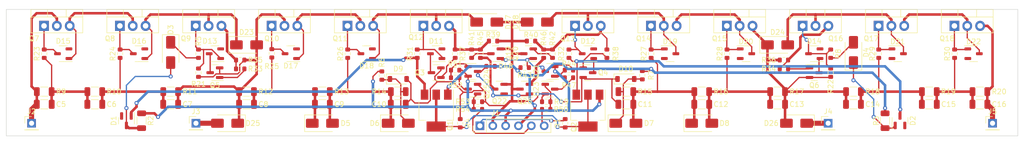
<source format=kicad_pcb>
(kicad_pcb (version 20221018) (generator pcbnew)
  (layers (0 "F.Cu" signal) (31 "B.Cu" signal) (34 "B.Paste" user) (35 "F.Paste" user) (36 "B.SilkS" user "B.Silkscreen") (37 "F.SilkS" user "F.Silkscreen") (38 "B.Mask" user) (39 "F.Mask" user) (44 "Edge.Cuts" user))
  (net 0 "")
  (net 1 "/+24Vo")
  (net 2 "/-24Vo")
  (net 3 "/+170Vo")
  (net 4 "/-170Vo")
  (net 5 "Net-(D23-A)")
  (net 6 "Net-(D5-K)")
  (net 7 "Net-(D5-A)")
  (net 8 "/Amp Out")
  (net 9 "Net-(D7-A)")
  (net 10 "Net-(D8-A)")
  (net 11 "Net-(D24-K)")
  (net 12 "/+LOW_DRIVE")
  (net 14 "Net-(D1-K)")
  (net 15 "Net-(D2-A)")
  (net 17 "/-LOW_DRIVE")
  (net 18 "Net-(D3-K)")
  (net 19 "Net-(D4-A)")
  (net 20 "Net-(D6-A)")
  (net 21 "Net-(D10-A)")
  (net 22 "Net-(D11A-A)")
  (net 23 "Net-(D11A-K)")
  (net 24 "Net-(D12A-A)")
  (net 25 "Net-(D12A-K)")
  (net 26 "Net-(D13A-A)")
  (net 27 "Net-(D13A-K)")
  (net 28 "Net-(D14A-A)")
  (net 29 "Net-(D14A-K)")
  (net 30 "Net-(D15A-A)")
  (net 31 "Net-(D15A-K)")
  (net 32 "Net-(D16A-A)")
  (net 33 "Net-(D16A-K)")
  (net 34 "Net-(D17A-A)")
  (net 35 "Net-(D17A-K)")
  (net 36 "Net-(D18A-A)")
  (net 37 "Net-(D18A-K)")
  (net 38 "Net-(D19A-A)")
  (net 39 "Net-(D19A-K)")
  (net 40 "Net-(D20A-A)")
  (net 41 "Net-(D20A-K)")
  (net 42 "Net-(D21A-A)")
  (net 43 "Net-(D21A-K)")
  (net 44 "Net-(D22A-A)")
  (net 45 "Net-(D22A-K)")
  (net 46 "/Amp_In")
  (net 47 "+15V")
  (net 48 "-15V")
  (net 49 "1A_ENABLE")
  (net 50 "100mA_ENABLE")
  (net 51 "Net-(Q1-B)")
  (net 52 "/ILIM_Ranging/ILIM+")
  (net 53 "/ILIM_Ranging/ILIM-")
  (net 54 "Net-(Q5-B)")
  (net 55 "Net-(Q6-B)")
  (net 56 "Net-(Q9-E)")
  (net 57 "/ILIM_Ranging/IN+")
  (net 58 "/ILIM_Ranging/IN-")
  (net 59 "Net-(Q16-E)")
  (net 60 "Net-(Q19-G)")
  (net 61 "Net-(Q19-D)")
  (net 62 "Net-(Q20-S)")
  (net 63 "Net-(Q21-B)")
  (net 64 "Net-(Q23-G)")
  (net 65 "Net-(Q23-D)")
  (net 66 "Net-(Q24-B)")
  (net 67 "Net-(Q25-G)")
  (net 68 "Net-(Q25-D)")
  (net 69 "Net-(C6-Pad2)")
  (net 70 "Net-(C5-Pad2)")
  (net 71 "Net-(C15-Pad2)")
  (net 72 "Net-(C14-Pad2)")
  (net 73 "Net-(Q22-G)")
  (net 74 "Net-(Q22-D)")
  (net 75 "Net-(Q26-S)")
  (footprint "Package_TO_SOT_THT:TO-220-3_Vertical" (layer "F.Cu") (at 103.71 28.25)
    (fp_text reference "Q11")
    (fp_text value "IRF640N")
  )
  (footprint "Capacitor_SMD:C_1206_3216Metric" (layer "F.Cu") (at 83.75 43.75)
    (fp_text reference "C8")
    (fp_text value "1n")
  )
  (footprint "Resistor_SMD:R_0603_1608Metric" (layer "F.Cu") (at 74.25 33.75 -90)
    (fp_text reference "R5")
    (fp_text value "47")
  )
  (footprint "Package_TO_SOT_SMD:SOT-23" (layer "F.Cu") (at 143.75 40.75)
    (fp_text reference "Q23")
    (fp_text value "2N7002")
  )
  (footprint "Resistor_SMD:R_1206_3216Metric" (layer "F.Cu") (at 158.75 41.25 180)
    (fp_text reference "R15")
    (fp_text value "1M")
  )
  (footprint "Diode_SMD:D_SMA" (layer "F.Cu") (at 203.75 33.5 90)
    (fp_text reference "D4")
    (fp_text value "STTH1R06A ")
  )
  (footprint "Package_TO_SOT_THT:TO-220-3_Vertical" (layer "F.Cu") (at 208.71 28.25)
    (fp_text reference "Q17")
    (fp_text value "IRF9640N")
  )
  (footprint "Package_TO_SOT_SMD:SOT-23-3" (layer "F.Cu") (at 121.25 33.75 180)
    (fp_text reference "D11")
    (fp_text value "BAV99")
  )
  (footprint "Resistor_SMD:R_0603_1608Metric" (layer "F.Cu") (at 126 47.5 90)
    (fp_text reference "R4")
    (fp_text value "1k")
  )
  (footprint "Package_TO_SOT_SMD:SOT-23" (layer "F.Cu") (at 128.5 40.75 180)
    (fp_text reference "Q25")
    (fp_text value "2N7002")
  )
  (footprint "Resistor_SMD:R_0603_1608Metric" (layer "F.Cu") (at 142.5 33.75 90)
    (fp_text reference "R46")
    (fp_text value "0.5")
  )
  (footprint "Resistor_SMD:R_1206_3216Metric" (layer "F.Cu") (at 210 47 90)
    (fp_text reference "R3")
    (fp_text value "560")
  )
  (footprint "Capacitor_SMD:C_1206_3216Metric" (layer "F.Cu") (at 98.75 43.75)
    (fp_text reference "C9")
    (fp_text value "1n")
  )
  (footprint "Package_TO_SOT_SMD:SOT-23" (layer "F.Cu") (at 77.5 37.5 180)
    (fp_text reference "Q5")
    (fp_text value "BC817")
  )
  (footprint "Resistor_SMD:R_1206_3216Metric" (layer "F.Cu") (at 188.75 41.25 180)
    (fp_text reference "R17")
    (fp_text value "2M")
  )
  (footprint "Diode_SMD:D_SMA" (layer "F.Cu") (at 188.75 32)
    (fp_text reference "D24")
    (fp_text value "STTH1R06A ")
  )
  (footprint "Capacitor_SMD:C_1206_3216Metric" (layer "F.Cu") (at 188.75 43.75)
    (fp_text reference "C13")
    (fp_text value "1n")
  )
  (footprint "Resistor_SMD:R_0603_1608Metric" (layer "F.Cu") (at 129.5 44.75)
    (fp_text reference "R54")
    (fp_text value "1k")
  )
  (footprint "Resistor_SMD:R_0603_1608Metric" (layer "F.Cu") (at 58.75 33.75 90)
    (fp_text reference "R24")
    (fp_text value "47")
  )
  (footprint "Package_TO_SOT_THT:TO-220-3_Vertical" (layer "F.Cu") (at 88.71 28.25)
    (fp_text reference "Q10")
    (fp_text value "IRF640N")
  )
  (footprint "Resistor_SMD:R_0603_1608Metric" (layer "F.Cu") (at 190 36.75 180)
    (fp_text reference "R34")
    (fp_text value "1k")
  )
  (footprint "Connector_PinHeader_2.54mm:PinHeader_1x01_P2.54mm_Vertical" (layer "F.Cu") (at 73.75 47.5)
    (fp_text reference "J3")
    (fp_text value "Conn_01x01_Pin")
  )
  (footprint "Resistor_SMD:R_0603_1608Metric" (layer "F.Cu") (at 178.75 33.75 90)
    (fp_text reference "R28")
    (fp_text value "47")
  )
  (footprint "Package_TO_SOT_SMD:SOT-23" (layer "F.Cu") (at 196 37.5)
    (fp_text reference "Q6")
    (fp_text value "BC807")
  )
  (footprint "Diode_SMD:D_SMA" (layer "F.Cu") (at 173.75 47.5)
    (fp_text reference "D8")
    (fp_text value "STTH1R06A ")
  )
  (footprint "Resistor_SMD:R_0603_1608Metric" (layer "F.Cu") (at 88.75 33.675 90)
    (fp_text reference "R25")
    (fp_text value "47")
  )
  (footprint "Package_TO_SOT_THT:TO-220-3_Vertical" (layer "F.Cu") (at 73.71 28.25)
    (fp_text reference "Q9")
    (fp_text value "TIP41")
  )
  (footprint "Package_TO_SOT_SMD:SOT-23-3" (layer "F.Cu") (at 77.5 33.75 180)
    (fp_text reference "D13")
    (fp_text value "BAV99")
  )
  (footprint "Package_TO_SOT_SMD:SOT-23" (layer "F.Cu") (at 139.5 33.75 180)
    (fp_text reference "Q20")
    (fp_text value "DMN3069L")
  )
  (footprint "Diode_SMD:D_SMA" (layer "F.Cu") (at 80 47.5 180)
    (fp_text reference "D25")
    (fp_text value "STTH1R06A ")
  )
  (footprint "Capacitor_SMD:C_1206_3216Metric" (layer "F.Cu") (at 228.75 43.75)
    (fp_text reference "C16")
    (fp_text value "1n")
  )
  (footprint "Capacitor_SMD:C_1206_3216Metric" (layer "F.Cu") (at 43.75 43.75)
    (fp_text reference "C5")
    (fp_text value "1n")
  )
  (footprint "Resistor_SMD:R_0603_1608Metric" (layer "F.Cu") (at 144.25 33.75 90)
    (fp_text reference "R42")
    (fp_text value "5")
  )
  (footprint "Package_TO_SOT_THT:TO-220-3_Vertical" (layer "F.Cu") (at 223.71 28.25)
    (fp_text reference "Q18")
    (fp_text value "IRF9640N")
  )
  (footprint "Package_TO_SOT_SMD:SOT-23" (layer "F.Cu") (at 138.75 40.75 180)
    (fp_text reference "Q26")
    (fp_text value "DMN3069L")
  )
  (footprint "Resistor_SMD:R_0603_1608Metric" (layer "F.Cu") (at 117.5 33.75 90)
    (fp_text reference "R31")
    (fp_text value "47")
  )
  (footprint "Resistor_SMD:R_0603_1608Metric" (layer "F.Cu") (at 125 33.75 90)
    (fp_text reference "R37")
    (fp_text value "1k")
  )
  (footprint "Package_TO_SOT_SMD:SOT-23-3" (layer "F.Cu") (at 196 33.75 180)
    (fp_text reference "D14")
    (fp_text value "BAV99")
  )
  (footprint "Resistor_SMD:R_0603_1608Metric" (layer "F.Cu") (at 163.75 33.75 90)
    (fp_text reference "R27")
    (fp_text value "47")
  )
  (footprint "Package_TO_SOT_SMD:SOT-23" (layer "F.Cu") (at 121.25 37.5 180)
    (fp_text reference "Q3")
    (fp_text value "BC817")
  )
  (footprint "Diode_SMD:D_SOD-123" (layer "F.Cu") (at 113.75 38.75)
    (fp_text reference "D9")
    (fp_text value "D_Zener")
  )
  (footprint "Package_TO_SOT_SMD:SOT-23" (layer "F.Cu") (at 133 33.75 180)
    (fp_text reference "Q19")
    (fp_text value "DMN3069L")
  )
  (footprint "Package_TO_SOT_SMD:SOT-23-3" (layer "F.Cu") (at 182.5 33.75)
    (fp_text reference "D20")
    (fp_text value "BAV99")
  )
  (footprint "Resistor_SMD:R_0603_1608Metric" (layer "F.Cu") (at 147.5 37)
    (fp_text reference "R44")
    (fp_text value "47k")
  )
  (footprint "Capacitor_SMD:C_1206_3216Metric" (layer "F.Cu") (at 158.75 43.75)
    (fp_text reference "C11")
    (fp_text value "2n")
  )
  (footprint "Package_TO_SOT_SMD:SOT-23" (layer "F.Cu") (at 151.25 37.5)
    (fp_text reference "Q4")
    (fp_text value "BC807")
  )
  (footprint "Resistor_SMD:R_0603_1608Metric" (layer "F.Cu") (at 129.5 43.25 180)
    (fp_text reference "R53")
    (fp_text value "47k")
  )
  (footprint "Resistor_SMD:R_0603_1608Metric" (layer "F.Cu") (at 143 43.25)
    (fp_text reference "R49")
    (fp_text value "47k")
  )
  (footprint "Diode_SMD:D_SMA" (layer "F.Cu") (at 68.75 33.5 -90)
    (fp_text reference "D3")
    (fp_text value "STTH1R06A ")
  )
  (footprint "Diode_SMD:D_SMA" (layer "F.Cu") (at 192.5 47.5 180)
    (fp_text reference "D26")
    (fp_text value "STTH1R06A ")
  )
  (footprint "Diode_SMD:D_SMA" (layer "F.Cu") (at 131.25 27.5)
    (fp_text reference "D27")
    (fp_text value "STTH1R06A ")
  )
  (footprint "Diode_SMD:D_SOD-123" (layer "F.Cu") (at 158.75 38.75)
    (fp_text reference "D10")
    (fp_text value "D_Zener")
  )
  (footprint "Package_TO_SOT_SMD:SOT-23" (layer "F.Cu") (at 128.5 37.25)
    (fp_text reference "Q24")
    (fp_text value "BC807")
  )
  (footprint "Resistor_SMD:R_0603_1608Metric" (layer "F.Cu") (at 130 33.75 -90)
    (fp_text reference "R45")
    (fp_text value "0.5")
  )
  (footprint "Package_TO_SOT_SMD:SOT-23" (layer "F.Cu") (at 60 47 -90)
    (fp_text reference "D1")
    (fp_text value "BZX84Cxx")
  )
  (footprint "Resistor_SMD:R_0603_1608Metric" (layer "F.Cu") (at 110.5 38.075 90)
    (fp_text reference "R6")
    (fp_text value "1k")
  )
  (footprint "Resistor_SMD:R_0603_1608Metric" (layer "F.Cu") (at 147.5 33.75 90)
    (fp_text reference "R32")
    (fp_text value "47")
  )
  (footprint "Resistor_SMD:R_1206_3216Metric" (layer "F.Cu") (at 98.75 41.25 180)
    (fp_text reference "R13")
    (fp_text value "2M")
  )
  (footprint "Connector_PinHeader_2.54mm:PinHeader_1x01_P2.54mm_Vertical" (layer "F.Cu") (at 231.25 47.5)
    (fp_text reference "J5")
    (fp_text value "Conn_01x01_Pin")
  )
  (footprint "Package_TO_SOT_THT:TO-220-3_Vertical" (layer "F.Cu") (at 163.71 28.25)
    (fp_text reference "Q14")
    (fp_text value "IRF9640N")
  )
  (footprint "Resistor_SMD:R_0603_1608Metric" (layer "F.Cu") (at 199.25 37.5 -90)
    (fp_text reference "R22")
    (fp_text value "10k")
  )
  (footprint "Package_TO_SOT_THT:TO-220-3_Vertical" (layer "F.Cu") (at 118.71 28.25)
    (fp_text reference "Q12")
    (fp_text value "TIP41")
  )
  (footprint "Resistor_SMD:R_0603_1608Metric" (layer "F.Cu") (at 155 33.75 90)
    (fp_text reference "R38")
    (fp_text value "1k")
  )
  (footprint "Connector_PinHeader_2.54mm:PinHeader_1x01_P2.54mm_Vertical" (layer "F.Cu") (at 198.75 47.5)
    (fp_text reference "J4")
    (fp_text value "Conn_01x01_Pin")
  )
  (footprint "Capacitor_SMD:C_1206_3216Metric" (layer "F.Cu") (at 68.75 43.75)
    (fp_text reference "C7")
    (fp_text value "2n")
  )
  (footprint "Resistor_SMD:R_0603_1608Metric" (layer "F.Cu") (at 128.25 33.75 -90)
    (fp_text reference "R41")
    (fp_text value "5")
  )
  (footprint "Resistor_SMD:R_0603_1608Metric" (layer "F.Cu") (at 125 38.5)
    (fp_text reference "R52")
    (fp_text value "47k")
  )
  (footprint "Capacitor_SMD:C_1206_3216Metric" (layer "F.Cu") (at 113.75 43.75)
    (fp_text reference "C10")
    (fp_text value "2n")
  )
  (footprint "Resistor_SMD:R_0603_1608Metric" (layer "F.Cu") (at 147.5 38.5)
    (fp_text reference "R47")
    (fp_text value "47k")
  )
  (footprint "Package_TO_SOT_THT:TO-220-3_Vertical" (layer "F.Cu") (at 148.71 28.25)
    (fp_text reference "Q13")
    (fp_text value "TIP42")
  )
  (footprint "Resistor_SMD:R_1206_3216Metric" (layer "F.Cu") (at 53.75 41.25 180)
    (fp_text reference "R10")
    (fp_text value "2M")
  )
  (footprint "Resistor_SMD:R_1206_3216Metric" (layer "F.Cu") (at 203.75 41.25 180)
    (fp_text reference "R18")
    (fp_text value "1M")
  )
  (footprint "Package_TO_SOT_SMD:SOT-223-3_TabPin2" (layer "F.Cu") (at 151.25 45 -90)
    (fp_text reference "Q2")
    (fp_text value "PZT2222A")
  )
  (footprint "Resistor_SMD:R_0603_1608Metric" (layer "F.Cu") (at 132.5 31.25)
    (fp_text reference "R39")
    (fp_text value "50")
  )
  (footprint "Resistor_SMD:R_1206_3216Metric" (layer "F.Cu") (at 228.75 41.25 180)
    (fp_text reference "R20")
    (fp_text value "2M")
  )
  (footprint "Diode_SMD:D_SMA" (layer "F.Cu") (at 83.75 32)
    (fp_text reference "D23")
    (fp_text value "STTH1R06A ")
  )
  (footprint "Package_TO_SOT_SMD:SOT-23-3" (layer "F.Cu") (at 212.5 33.75)
    (fp_text reference "D21")
    (fp_text value "BAV99")
  )
  (footprint "Resistor_SMD:R_1206_3216Metric" (layer "F.Cu") (at 113.75 41.25 180)
    (fp_text reference "R14")
    (fp_text value "1M")
  )
  (footprint "Package_TO_SOT_SMD:SOT-23-3" (layer "F.Cu") (at 107.5 33.75 180)
    (fp_text reference "D18")
    (fp_text value "BAV99")
  )
  (footprint "Capacitor_SMD:C_1206_3216Metric" (layer "F.Cu") (at 53.75 43.75)
    (fp_text reference "C6")
    (fp_text value "1n")
  )
  (footprint "Package_TO_SOT_THT:TO-220-3_Vertical" (layer "F.Cu") (at 58.71 28.25)
    (fp_text reference "Q8")
    (fp_text value "IRF640N")
  )
  (footprint "Resistor_SMD:R_0603_1608Metric" (layer "F.Cu") (at 190 35 180)
    (fp_text reference "R36")
    (fp_text value "5")
  )
  (footprint "Resistor_SMD:R_0603_1608Metric" (layer "F.Cu") (at 223.75 33.75 90)
    (fp_text reference "R30")
    (fp_text value "47")
  )
  (footprint "Resistor_SMD:R_0603_1608Metric" (layer "F.Cu") (at 138.75 36.5)
    (fp_text reference "R43")
    (fp_text value "47k")
  )
  (footprint "Capacitor_SMD:C_1206_3216Metric" (layer "F.Cu") (at 218.75 43.75)
    (fp_text reference "C15")
    (fp_text value "1n")
  )
  (footprint "Capacitor_SMD:C_1206_3216Metric" (layer "F.Cu") (at 203.75 43.75)
    (fp_text reference "C14")
    (fp_text value "2n")
  )
  (footprint "Resistor_SMD:R_0603_1608Metric" (layer "F.Cu") (at 199.25 33.75 90)
    (fp_text reference "R8")
    (fp_text value "47")
  )
  (footprint "Package_TO_SOT_SMD:SOT-23-3" (layer "F.Cu") (at 227.5 33.75)
    (fp_text reference "D22")
    (fp_text value "BAV99")
  )
  (footprint "Connector_PinHeader_2.54mm:PinHeader_1x06_P2.54mm_Vertical" (layer "F.Cu") (at 129.9 48 90)
    (fp_text reference "J1")
    (fp_text value "Conn_01x06_Pin")
  )
  (footprint "Package_TO_SOT_SMD:SOT-23-3" (layer "F.Cu") (at 151.25 33.75 180)
    (fp_text reference "D12")
    (fp_text value "BAV99")
  )
  (footprint "Resistor_SMD:R_0603_1608Metric" (layer "F.Cu") (at 103.75 33.75 90)
    (fp_text reference "R26")
    (fp_text value "47")
  )
  (footprint "Resistor_SMD:R_1206_3216Metric" (layer "F.Cu") (at 63 47 -90)
    (fp_text reference "R2")
    (fp_text value "560")
  )
  (footprint "Package_TO_SOT_THT:TO-220-3_Vertical" (layer "F.Cu") (at 193.71 28.25)
    (fp_text reference "Q16")
    (fp_text value "TIP42")
  )
  (footprint "Capacitor_SMD:C_1206_3216Metric" (layer "F.Cu") (at 173.75 43.75)
    (fp_text reference "C12")
    (fp_text value "1n")
  )
  (footprint "Resistor_SMD:R_1206_3216Metric" (layer "F.Cu") (at 83.75 41.25 180)
    (fp_text reference "R12")
    (fp_text value "2M")
  )
  (footprint "Resistor_SMD:R_0603_1608Metric" (layer "F.Cu") (at 82.5 35 180)
    (fp_text reference "R35")
    (fp_text value "5")
  )
  (footprint "Resistor_SMD:R_0603_1608Metric" (layer "F.Cu") (at 162 38 90)
    (fp_text reference "R7")
    (fp_text value "1k")
  )
  (footprint "Resistor_SMD:R_0603_1608Metric" (layer "F.Cu") (at 132 36.25 180)
    (fp_text reference "R48")
    (fp_text value "47k")
  )
  (footprint "Package_TO_SOT_SMD:SOT-23-3" (layer "F.Cu") (at 92.5 33.75 180)
    (fp_text reference "D17")
    (fp_text value "BAV99")
  )
  (footprint "Diode_SMD:D_SMA" (layer "F.Cu") (at 113.75 47.5)
    (fp_text reference "D6")
    (fp_text value "STTH1R06A ")
  )
  (footprint "Package_TO_SOT_SMD:SOT-23-3" (layer "F.Cu") (at 167.5 33.75)
    (fp_text reference "D19")
    (fp_text value "BAV99")
  )
  (footprint "Package_TO_SOT_SMD:SOT-23-3" (layer "F.Cu") (at 62.5 33.75 180)
    (fp_text reference "D16")
    (fp_text value "BAV99")
  )
  (footprint "Diode_SMD:D_SMA" (layer "F.Cu") (at 158.75 47.5)
    (fp_text reference "D7")
    (fp_text value "STTH1R06A ")
  )
  (footprint "Resistor_SMD:R_1206_3216Metric" (layer "F.Cu") (at 68.75 41.25 180)
    (fp_text reference "R11")
    (fp_text value "1M")
  )
  (footprint "Package_TO_SOT_SMD:SOT-23-3" (layer "F.Cu") (at 47.5 33.75 180)
    (fp_text reference "D15")
    (fp_text value "BAV99")
  )
  (footprint "Package_TO_SOT_THT:TO-220-3_Vertical" (layer "F.Cu") (at 43.71 28.25)
    (fp_text reference "Q7")
    (fp_text value "IRF640N")
  )
  (footprint "Package_TO_SOT_SMD:SOT-23" (layer "F.Cu") (at 143.75 37.25 180)
    (fp_text reference "Q21")
    (fp_text value "BC807")
  )
  (footprint "Resistor_SMD:R_0603_1608Metric" (layer "F.Cu") (at 43.75 33.75 90)
    (fp_text reference "R23")
    (fp_text value "47")
  )
  (footprint "Diode_SMD:D_SMA" (layer "F.Cu") (at 98.75 47.5)
    (fp_text reference "D5")
    (fp_text value "STTH1R06A ")
  )
  (footprint "Package_TO_SOT_SMD:SOT-23" (layer "F.Cu") (at 133.75 40.75 180)
    (fp_text reference "Q22")
    (fp_text value "DMN3069L")
  )
  (footprint "Resistor_SMD:R_0603_1608Metric" (layer "F.Cu") (at 125 37)
    (fp_text reference "R51")
    (fp_text value "47k")
  )
  (footprint "Package_TO_SOT_SMD:SOT-223-3_TabPin2" (layer "F.Cu") (at 121.25 45 -90)
    (fp_text reference "Q1")
    (fp_text value "PZT2907A")
  )
  (footprint "Resistor_SMD:R_1206_3216Metric" (layer "F.Cu") (at 218.75 41.25 180)
    (fp_text reference "R19")
    (fp_text value "2M")
  )
  (footprint "Resistor_SMD:R_1206_3216Metric" (layer "F.Cu") (at 43.75 41.25 180)
    (fp_text reference "R9")
    (fp_text value "2M")
  )
  (footprint "Resistor_SMD:R_1206_3216Metric" (layer "F.Cu") (at 173.75 41.25 180)
    (fp_text reference "R16")
    (fp_text value "2M")
  )
  (footprint "Resistor_SMD:R_0603_1608Metric" (layer "F.Cu") (at 208.75 33.75 90)
    (fp_text reference "R29")
    (fp_text value "47")
  )
  (footprint "Resistor_SMD:R_0603_1608Metric" (layer "F.Cu") (at 140 31.25)
    (fp_text reference "R40")
    (fp_text value "50")
  )
  (footprint "Resistor_SMD:R_0603_1608Metric" (layer "F.Cu") (at 143 44.75 180)
    (fp_text reference "R50")
    (fp_text value "1k")
  )
  (footprint "Resistor_SMD:R_0603_1608Metric" (layer "F.Cu") (at 146.75 47.5 -90)
    (fp_text reference "R1")
    (fp_text value "100")
  )
  (footprint "Package_TO_SOT_SMD:SOT-23" (layer "F.Cu") (at 212.95 47 90)
    (fp_text reference "D2")
    (fp_text value "BZX84Cxx")
  )
  (footprint "Resistor_SMD:R_0603_1608Metric" (layer "F.Cu") (at 74.25 37.5 90)
    (fp_text reference "R21")
    (fp_text value "10k")
  )
  (footprint "Connector_PinHeader_2.54mm:PinHeader_1x01_P2.54mm_Vertical" (layer "F.Cu") (at 41.25 47.5)
    (fp_text reference "J2")
    (fp_text value "Conn_01x01_Pin")
  )
  (footprint "Resistor_SMD:R_0603_1608Metric" (layer "F.Cu") (at 82.5 36.75 180)
    (fp_text reference "R33")
    (fp_text value "1k")
  )
  (footprint "Package_TO_SOT_THT:TO-220-3_Vertical" (layer "F.Cu") (at 178.71 28.25)
    (fp_text reference "Q15")
    (fp_text value "IRF9640N")
  )
  (footprint "Diode_SMD:D_SMA" (layer "F.Cu") (at 141.25 27.5)
    (fp_text reference "D28")
    (fp_text value "STTH1R06A ")
  )
  (gr_rect (start 36.25 25) (end 236.25 50) (stroke (width 0.1)) (fill none) (layer "Edge.Cuts"))
  (segment (start 73.75 47.5) (end 78 47.5) (width 1) (layer "F.Cu") (net 1))
  (segment (start 198.75 47.5) (end 194.5 47.5) (width 1) (layer "F.Cu") (net 2))
  (segment (start 41.25 26.75) (end 41.25 40.2125) (width 0.5) (layer "F.Cu") (net 3))
  (segment (start 41.25 40.2125) (end 42.2875 41.25) (width 0.5) (layer "F.Cu") (net 3))
  (segment (start 42.2875 43.7375) (end 42.275 43.75) (width 0.5) (layer "F.Cu") (net 3))
  (segment (start 41.25 44.775) (end 42.275 43.75) (width 1) (layer "F.Cu") (net 3))
  (segment (start 45.25 25.75) (end 42.25 25.75) (width 0.5) (layer "F.Cu") (net 3))
  (segment (start 42.25 25.75) (end 41.25 26.75) (width 0.5) (layer "F.Cu") (net 3))
  (segment (start 46.25 28.25) (end 46.25 26.75) (width 0.5) (layer "F.Cu") (net 3))
  (segment (start 42.2875 41.25) (end 42.2875 43.7375) (width 0.5) (layer "F.Cu") (net 3))
  (segment (start 41.25 47.5) (end 41.25 44.775) (width 1) (layer "F.Cu") (net 3))
  (segment (start 46.25 26.75) (end 45.25 25.75) (width 0.5) (layer "F.Cu") (net 3))
  (segment (start 231.25 47.5) (end 231.25 44.775) (width 1) (layer "F.Cu") (net 4))
  (segment (start 231.25 44.775) (end 230.225 43.75) (width 1) (layer "F.Cu") (net 4))
  (segment (start 230.2125 43.7375) (end 230.225 43.75) (width 0.5) (layer "F.Cu") (net 4))
  (segment (start 231.25 40.2125) (end 231.25 29.25) (width 0.5) (layer "F.Cu") (net 4))
  (segment (start 230.25 28.25) (end 228.79 28.25) (width 0.5) (layer "F.Cu") (net 4))
  (segment (start 231.25 29.25) (end 230.25 28.25) (width 0.5) (layer "F.Cu") (net 4))
  (segment (start 230.2125 41.25) (end 231.25 40.2125) (width 0.5) (layer "F.Cu") (net 4))
  (segment (start 230.2125 41.25) (end 230.2125 43.7375) (width 0.5) (layer "F.Cu") (net 4))
  (segment (start 85.75 27) (end 86.75 26) (width 0.5) (layer "F.Cu") (net 5))
  (segment (start 85.75 35) (end 85.75 32) (width 0.5) (layer "F.Cu") (net 5))
  (segment (start 81.2875 40.25) (end 82.2875 41.25) (width 0.5) (layer "F.Cu") (net 5))
  (segment (start 82.4 37.35) (end 82 37.75) (width 0.25) (layer "F.Cu") (net 5))
  (segment (start 82.275 43.75) (end 82.275 47.225) (width 0.5) (layer "F.Cu") (net 5))
  (segment (start 74.25 38.325) (end 77.153249 38.325) (width 0.25) (layer "F.Cu") (net 5))
  (segment (start 77.728249 37.75) (end 78.5 37.75) (width 0.25) (layer "F.Cu") (net 5))
  (segment (start 83.325 35) (end 82.4 35.925) (width 0.25) (layer "F.Cu") (net 5))
  (segment (start 78.5 37.75) (end 79.6375 37.75) (width 0.25) (layer "F.Cu") (net 5))
  (segment (start 71.2125 40.25) (end 81.2875 40.25) (width 0.5) (layer "F.Cu") (net 5))
  (segment (start 85.75 37.7875) (end 85.75 35) (width 0.5) (layer "F.Cu") (net 5))
  (segment (start 86.75 26) (end 90.25 26) (width 0.5) (layer "F.Cu") (net 5))
  (segment (start 77.153249 38.325) (end 77.728249 37.75) (width 0.25) (layer "F.Cu") (net 5))
  (segment (start 78.4375 36.55) (end 78.4375 37.6875) (width 0.25) (layer "F.Cu") (net 5))
  (segment (start 70.2125 43.7375) (end 70.225 43.75) (width 0.5) (layer "F.Cu") (net 5))
  (segment (start 82.2875 41.25) (end 82.2875 43.7375) (width 0.5) (layer "F.Cu") (net 5))
  (segment (start 70.2125 41.25) (end 71.2125 40.25) (width 0.5) (layer "F.Cu") (net 5))
  (segment (start 78.4375 37.6875) (end 78.5 37.75) (width 0.25) (layer "F.Cu") (net 5))
  (segment (start 90.25 26) (end 91.25 27) (width 0.5) (layer "F.Cu") (net 5))
  (segment (start 82 37.75) (end 79.6375 37.75) (width 0.25) (layer "F.Cu") (net 5))
  (segment (start 82.275 47.225) (end 82 47.5) (width 0.5) (layer "F.Cu") (net 5))
  (segment (start 70.2125 41.25) (end 70.2125 43.7375) (width 0.5) (layer "F.Cu") (net 5))
  (segment (start 82.2875 41.25) (end 85.75 37.7875) (width 0.5) (layer "F.Cu") (net 5))
  (segment (start 83.325 35) (end 85.75 35) (width 0.5) (layer "F.Cu") (net 5))
  (segment (start 82.2875 43.7375) (end 82.275 43.75) (width 0.5) (layer "F.Cu") (net 5))
  (segment (start 91.25 27) (end 91.25 28.25) (width 0.5) (layer "F.Cu") (net 5))
  (segment (start 82.4 35.925) (end 82.4 37.35) (width 0.25) (layer "F.Cu") (net 5))
  (segment (start 85.75 32) (end 85.75 27) (width 0.5) (layer "F.Cu") (net 5))
  (segment (start 88.75 41.25) (end 97.2875 41.25) (width 0.5) (layer "F.Cu") (net 6))
  (segment (start 97.2875 43.7375) (end 97.275 43.75) (width 0.5) (layer "F.Cu") (net 6))
  (segment (start 97.275 43.75) (end 97.275 46.975) (width 0.5) (layer "F.Cu") (net 6))
  (segment (start 88.75 34.5) (end 88.75 41.25) (width 0.25) (layer "F.Cu") (net 6))
  (segment (start 97.275 46.975) (end 96.75 47.5) (width 0.5) (layer "F.Cu") (net 6))
  (segment (start 97.2875 41.25) (end 97.2875 43.7375) (width 0.5) (layer "F.Cu") (net 6))
  (segment (start 85.2125 41.25) (end 88.75 41.25) (width 0.5) (layer "F.Cu") (net 6))
  (segment (start 85.2125 43.7375) (end 85.225 43.75) (width 0.5) (layer "F.Cu") (net 6))
  (segment (start 85.2125 41.25) (end 85.2125 43.7375) (width 0.5) (layer "F.Cu") (net 6))
  (segment (start 112.275 46.975) (end 111.75 47.5) (width 0.5) (layer "F.Cu") (net 7))
  (segment (start 100.2125 41.25) (end 103.75 41.25) (width 0.5) (layer "F.Cu") (net 7))
  (segment (start 100.225 43.75) (end 100.225 46.975) (width 0.5) (layer "F.Cu") (net 7))
  (segment (start 100.2125 43.7375) (end 100.225 43.75) (width 0.5) (layer "F.Cu") (net 7))
  (segment (start 100.2125 41.25) (end 100.2125 43.7375) (width 0.5) (layer "F.Cu") (net 7))
  (segment (start 100.225 46.975) (end 100.75 47.5) (width 0.5) (layer "F.Cu") (net 7))
  (segment (start 103.75 34.575) (end 103.75 41.25) (width 0.25) (layer "F.Cu") (net 7))
  (segment (start 112.275 43.75) (end 112.275 46.975) (width 0.5) (layer "F.Cu") (net 7))
  (segment (start 103.75 41.25) (end 112.2875 41.25) (width 0.5) (layer "F.Cu") (net 7))
  (segment (start 112.2875 43.7375) (end 112.275 43.75) (width 0.5) (layer "F.Cu") (net 7))
  (segment (start 112.2875 41.25) (end 112.2875 43.7375) (width 0.5) (layer "F.Cu") (net 7))
  (segment (start 136.25 40.775) (end 136.275 40.75) (width 0.5) (layer "F.Cu") (net 8))
  (segment (start 135 44) (end 131.75 44) (width 0.25) (layer "F.Cu") (net 8))
  (segment (start 120.1 40.664124) (end 120.1 42.975) (width 0.25) (layer "F.Cu") (net 8))
  (segment (start 142.175 43.25) (end 142.175 42.3375) (width 0.25) (layer "F.Cu") (net 8))
  (segment (start 131 43.25) (end 131.75 44) (width 0.25) (layer "F.Cu") (net 8))
  (segment (start 132.44 46.56) (end 132.44 48) (width 0.5) (layer "F.Cu") (net 8))
  (segment (start 126 42) (end 126.625 41.375) (width 0.25) (layer "F.Cu") (net 8))
  (segment (start 120.1 42.975) (end 119.575 43.5) (width 0.25) (layer "F.Cu") (net 8))
  (segment (start 135.845 43.155) (end 135 44) (width 0.5) (layer "F.Cu") (net 8))
  (segment (start 150.025 43.175) (end 149.95 43.25) (width 0.25) (layer "F.Cu") (net 8))
  (segment (start 136.2 32.8) (end 136.25 32.75) (width 0.5) (layer "F.Cu") (net 8))
  (segment (start 141.3 41.7) (end 142.8125 41.7) (width 0.25) (layer "F.Cu") (net 8))
  (segment (start 133.9375 32.8) (end 136.2 32.8) (width 0.5) (layer "F.Cu") (net 8))
  (segment (start 136.25 33.75) (end 136.25 39.25) (width 0.5) (layer "F.Cu") (net 8))
  (segment (start 141.3 41.7) (end 141.3 42.375) (width 0.25) (layer "F.Cu") (net 8))
  (segment (start 136.25 31.25) (end 136.25 32.75) (width 0.5) (layer "F.Cu") (net 8))
  (segment (start 121.464124 39.3) (end 124.55 39.3) (width 0.25) (layer "F.Cu") (net 8))
  (segment (start 117.025 43.5) (end 116.25 42.725) (width 0.25) (layer "F.Cu") (net 8))
  (segment (start 131 41.3625) (end 131 43.25) (width 0.25) (layer "F.Cu") (net 8))
  (segment (start 149.95 43.25) (end 146 43.25) (width 0.25) (layer "F.Cu") (net 8))
  (segment (start 141.3 42.375) (end 140.52 43.155) (width 0.25) (layer "F.Cu") (net 8))
  (segment (start 128.665501 41.05625) (end 130.69375 41.05625) (width 0.25) (layer "F.Cu") (net 8))
  (segment (start 130.69375 41.05625) (end 131 41.3625) (width 0.25) (layer "F.Cu") (net 8))
  (segment (start 130.325 43.25) (end 131 43.25) (width 0.25) (layer "F.Cu") (net 8))
  (segment (start 156 38.75) (end 157.1 38.75) (width 0.25) (layer "F.Cu") (net 8))
  (segment (start 134 31.25) (end 136.25 31.25) (width 0.5) (layer "F.Cu") (net 8))
  (segment (start 133.25 27.5) (end 136.25 27.5) (width 0.5) (layer "F.Cu") (net 8))
  (segment (start 133.325 31.25) (end 134 31.25) (width 0.5) (layer "F.Cu") (net 8))
  (segment (start 121.464124 39.3) (end 120.1 40.664124) (width 0.25) (layer "F.Cu") (net 8))
  (segment (start 115.4 38.75) (end 116.25 39.6) (width 0.25) (layer "F.Cu") (net 8))
  (segment (start 136.275 40.75) (end 137.8125 40.75) (width 0.5) (layer "F.Cu") (net 8))
  (segment (start 136.25 27.5) (end 139.25 27.5) (width 0.5) (layer "F.Cu") (net 8))
  (segment (start 150.025 38.7375) (end 150.025 43.175) (width 0.25) (layer "F.Cu") (net 8))
  (segment (start 136.405 43.155) (end 135.845 43.155) (width 0.5) (layer "F.Cu") (net 8))
  (segment (start 157.275 43.75) (end 156 42.475) (width 0.25) (layer "F.Cu") (net 8))
  (segment (start 150.3125 38.45) (end 150.6125 38.75) (width 0.25) (layer "F.Cu") (net 8))
  (segment (start 121 38.221751) (end 121 38.835876) (width 0.25) (layer "F.Cu") (net 8))
  (segment (start 150.6125 38.75) (end 156 38.75) (width 0.25) (layer "F.Cu") (net 8))
  (segment (start 134.6875 39.8) (end 136.225 39.8) (width 0.5) (layer "F.Cu") (net 8))
  (segment (start 142.175 42.3375) (end 142.8125 41.7) (width 0.25) (layer "F.Cu") (net 8))
  (segment (start 126 46.675) (end 126 42) (width 0.25) (layer "F.Cu") (net 8))
  (segment (start 116.25 42.725) (end 115.225 43.75) (width 0.25) (layer "F.Cu") (net 8))
  (segment (start 126.625 41.375) (end 126.75 41.375) (width 0.25) (layer "F.Cu") (net 8))
  (segment (start 138.725 43.155) (end 138.82 43.25) (width 0.25) (layer "F.Cu") (net 8))
  (segment (start 119.575 43.5) (end 117.025 43.5) (width 0.25) (layer "F.Cu") (net 8))
  (segment (start 156 42.475) (end 156 38.75) (width 0.25) (layer "F.Cu") (net 8))
  (segment (start 122.1875 36.55) (end 122.1875 37.034251) (width 0.25) (layer "F.Cu") (net 8))
  (segment (start 126.75 41.375) (end 128.346751 41.375) (width 0.25) (layer "F.Cu") (net 8))
  (segment (start 136.25 32.75) (end 136.25 33.75) (width 0.5) (layer "F.Cu") (net 8))
  (segment (start 121 38.835876) (end 121.464124 39.3) (width 0.25) (layer "F.Cu") (net 8))
  (segment (start 136.25 31.25) (end 139.175 31.25) (width 0.5) (layer "F.Cu") (net 8))
  (segment (start 122.1875 37.034251) (end 121 38.221751) (width 0.25) (layer "F.Cu") (net 8))
  (segment (start 135 44) (end 132.44 46.56) (width 0.5) (layer "F.Cu") (net 8))
  (segment (start 124.55 39.3) (end 126.625 41.375) (width 0.25) (layer "F.Cu") (net 8))
  (segment (start 150.3125 38.45) (end 150.025 38.7375) (width 0.25) (layer "F.Cu") (net 8))
  (segment (start 136.25 40.5) (end 136.25 43) (width 0.5) (layer "F.Cu") (net 8))
  (segment (start 129.4375 39.8) (end 130.69375 41.05625) (width 0.25) (layer "F.Cu") (net 8))
  (segment (start 136.25 27.5) (end 136.25 31.25) (width 0.5) (layer "F.Cu") (net 8))
  (segment (start 138.725 43.155) (end 136.405 43.155) (width 0.5) (layer "F.Cu") (net 8))
  (segment (start 136.25 39.25) (end 136.25 40.5) (width 0.5) (layer "F.Cu") (net 8))
  (segment (start 136.405 43.155) (end 136.25 43) (width 0.5) (layer "F.Cu") (net 8))
  (segment (start 116.25 39.6) (end 116.25 42.725) (width 0.25) (layer "F.Cu") (net 8))
  (segment (start 136.225 39.8) (end 136.25 39.825) (width 0.5) (layer "F.Cu") (net 8))
  (segment (start 138.5625 33.75) (end 136.25 33.75) (width 0.5) (layer "F.Cu") (net 8))
  (segment (start 128.346751 41.375) (end 128.665501 41.05625) (width 0.25) (layer "F.Cu") (net 8))
  (segment (start 140.52 43.155) (end 138.725 43.155) (width 0.25) (layer "F.Cu") (net 8))
  (via (at 141.3 41.7) (size 0.8) (drill 0.4) (layers "F.Cu" "B.Cu") (net 8))
  (via (at 146 43.25) (size 0.8) (drill 0.4) (layers "F.Cu" "B.Cu") (net 8))
  (segment (start 141.3 41.7) (end 144.45 41.7) (width 0.25) (layer "B.Cu") (net 8))
  (segment (start 144.45 41.7) (end 146 43.25) (width 0.25) (layer "B.Cu") (net 8))
  (segment (start 160.2125 43.7375) (end 160.225 43.75) (width 0.5) (layer "F.Cu") (net 9))
  (segment (start 172.275 46.975) (end 171.75 47.5) (width 0.5) (layer "F.Cu") (net 9))
  (segment (start 165 41.25) (end 172.2875 41.25) (width 0.5) (layer "F.Cu") (net 9))
  (segment (start 160.2125 41.25) (end 165 41.25) (width 0.5) (layer "F.Cu") (net 9))
  (segment (start 160.225 43.75) (end 160.225 46.975) (width 0.5) (layer "F.Cu") (net 9))
  (segment (start 172.275 43.75) (end 172.275 46.975) (width 0.5) (layer "F.Cu") (net 9))
  (segment (start 172.2875 43.7375) (end 172.275 43.75) (width 0.5) (layer "F.Cu") (net 9))
  (segment (start 172.2875 41.25) (end 172.2875 43.7375) (width 0.5) (layer "F.Cu") (net 9))
  (segment (start 160.225 46.975) (end 160.75 47.5) (width 0.5) (layer "F.Cu") (net 9))
  (segment (start 165 35.825) (end 165 41.25) (width 0.25) (layer "F.Cu") (net 9))
  (segment (start 160.2125 41.25) (end 160.2125 43.7375) (width 0.5) (layer "F.Cu") (net 9))
  (segment (start 163.75 34.575) (end 165 35.825) (width 0.25) (layer "F.Cu") (net 9))
  (segment (start 175.2125 43.7375) (end 175.225 43.75) (width 0.5) (layer "F.Cu") (net 10))
  (segment (start 175.225 43.75) (end 175.225 46.975) (width 0.5) (layer "F.Cu") (net 10))
  (segment (start 187.2875 43.7375) (end 187.275 43.75) (width 0.5) (layer "F.Cu") (net 10))
  (segment (start 175.2125 41.25) (end 178.75 41.25) (width 0.5) (layer "F.Cu") (net 10))
  (segment (start 178.75 41.25) (end 187.2875 41.25) (width 0.5) (layer "F.Cu") (net 10))
  (segment (start 187.2875 41.25) (end 187.2875 43.7375) (width 0.5) (layer "F.Cu") (net 10))
  (segment (start 175.2125 41.25) (end 175.2125 43.7375) (width 0.5) (layer "F.Cu") (net 10))
  (segment (start 175.225 46.975) (end 175.75 47.5) (width 0.5) (layer "F.Cu") (net 10))
  (segment (start 178.75 34.575) (end 178.75 41.25) (width 0.25) (layer "F.Cu") (net 10))
  (segment (start 183.79 28.25) (end 183.79 29.04) (width 0.5) (layer "F.Cu") (net 11))
  (segment (start 186.75 35) (end 186.75 32) (width 0.5) (layer "F.Cu") (net 11))
  (segment (start 186.75 37.25) (end 186.75 35) (width 0.5) (layer "F.Cu") (net 11))
  (segment (start 193.0125 38.45) (end 195.0625 38.45) (width 0.25) (layer "F.Cu") (net 11))
  (segment (start 190.2125 41.25) (end 202.2875 41.25) (width 0.5) (layer "F.Cu") (net 11))
  (segment (start 183.79 29.04) (end 186.75 32) (width 0.5) (layer "F.Cu") (net 11))
  (segment (start 190.2125 41.25) (end 190.2125 40.7125) (width 0.5) (layer "F.Cu") (net 11))
  (segment (start 190.225 43.75) (end 190.225 47.225) (width 0.5) (layer "F.Cu") (net 11))
  (segment (start 189.175 35) (end 186.75 35) (width 0.5) (layer "F.Cu") (net 11))
  (segment (start 199.125 38.45) (end 199.25 38.325) (width 0.25) (layer "F.Cu") (net 11))
  (segment (start 190.2125 41.25) (end 190.2125 43.7375) (width 0.5) (layer "F.Cu") (net 11))
  (segment (start 190.225 47.225) (end 190.5 47.5) (width 0.5) (layer "F.Cu") (net 11))
  (segment (start 202.2875 43.7375) (end 202.275 43.75) (width 0.5) (layer "F.Cu") (net 11))
  (segment (start 195.0625 38.45) (end 199.125 38.45) (width 0.25) (layer "F.Cu") (net 11))
  (segment (start 189.175 35) (end 189 35) (width 0.25) (layer "F.Cu") (net 11))
  (segment (start 190.2125 41.25) (end 193.0125 38.45) (width 0.25) (layer "F.Cu") (net 11))
  (segment (start 202.2875 41.25) (end 202.2875 43.7375) (width 0.5) (layer "F.Cu") (net 11))
  (segment (start 190.2125 40.7125) (end 186.75 37.25) (width 0.5) (layer "F.Cu") (net 11))
  (segment (start 190.2125 43.7375) (end 190.225 43.75) (width 0.5) (layer "F.Cu") (net 11))
  (segment (start 118.95 39.7) (end 118.95 41.85) (width 0.5) (layer "F.Cu") (net 12))
  (segment (start 62 44.25) (end 60.95 45.3) (width 0.5) (layer "F.Cu") (net 12))
  (segment (start 115.175 34.575) (end 114.75 35) (width 0.5) (layer "F.Cu") (net 12))
  (segment (start 117.5 38.25) (end 118.95 39.7) (width 0.5) (layer "F.Cu") (net 12))
  (segment (start 62 43.5) (end 62 44.25) (width 0.5) (layer "F.Cu") (net 12))
  (segment (start 117.5 34.575) (end 115.175 34.575) (width 0.5) (layer "F.Cu") (net 12))
  (segment (start 60.95 45.3) (end 60.95 46.0625) (width 0.5) (layer "F.Cu") (net 12))
  (segment (start 117.5 34.575) (end 117.5 38.25) (width 0.5) (layer "F.Cu") (net 12))
  (via (at 114.75 35) (size 0.8) (drill 0.4) (layers "F.Cu" "B.Cu") (net 12))
  (via (at 62 43.5) (size 0.8) (drill 0.4) (layers "F.Cu" "B.Cu") (net 12))
  (segment (start 107.5 35) (end 101.25 41.25) (width 0.5) (layer "B.Cu") (net 12))
  (segment (start 114.75 35) (end 107.5 35) (width 0.5) (layer "B.Cu") (net 12))
  (segment (start 101.25 41.25) (end 64.25 41.25) (width 0.5) (layer "B.Cu") (net 12))
  (segment (start 64.25 41.25) (end 62 43.5) (width 0.5) (layer "B.Cu") (net 12))
  (segment (start 68.75 38.25) (end 68.75 35.5) (width 0.25) (layer "F.Cu") (net 14))
  (segment (start 60 47.9375) (end 60 44.5) (width 0.25) (layer "F.Cu") (net 14))
  (segment (start 63 48.4625) (end 60.525 48.4625) (width 0.5) (layer "F.Cu") (net 14))
  (segment (start 60.525 48.4625) (end 60 47.9375) (width 0.5) (layer "F.Cu") (net 14))
  (via (at 60 44.5) (size 0.8) (drill 0.4) (layers "F.Cu" "B.Cu") (net 14))
  (via (at 68.75 38.25) (size 0.8) (drill 0.4) (layers "F.Cu" "B.Cu") (net 14))
  (segment (start 60 44.5) (end 60 40) (width 0.25) (layer "B.Cu") (net 14))
  (segment (start 61.75 38.25) (end 68.75 38.25) (width 0.25) (layer "B.Cu") (net 14))
  (segment (start 60 40) (end 61.75 38.25) (width 0.25) (layer "B.Cu") (net 14))
  (segment (start 210 48.4625) (end 211.475 48.4625) (width 0.25) (layer "F.Cu") (net 15))
  (segment (start 211.475 48.4625) (end 212 47.9375) (width 0.25) (layer "F.Cu") (net 15))
  (segment (start 207.75 46.25) (end 207.7875 46.25) (width 0.25) (layer "F.Cu") (net 15))
  (segment (start 207.7875 46.25) (end 210 48.4625) (width 0.25) (layer "F.Cu") (net 15))
  (segment (start 203.75 35.5) (end 203.75 39) (width 0.25) (layer "F.Cu") (net 15))
  (via (at 207.75 46.25) (size 0.8) (drill 0.4) (layers "F.Cu" "B.Cu") (net 15))
  (via (at 203.75 39) (size 0.8) (drill 0.4) (layers "F.Cu" "B.Cu") (net 15))
  (segment (start 204 39) (end 207.75 42.75) (width 0.25) (layer "B.Cu") (net 15))
  (segment (start 203.75 39) (end 204 39) (width 0.25) (layer "B.Cu") (net 15))
  (segment (start 207.75 42.75) (end 207.75 46.25) (width 0.25) (layer "B.Cu") (net 15))
  (segment (start 213 44.75) (end 213 46.0125) (width 0.5) (layer "F.Cu") (net 17))
  (segment (start 149.1 41.7) (end 148.95 41.85) (width 0.25) (layer "F.Cu") (net 17))
  (segment (start 148.175 35.25) (end 147.5 34.575) (width 0.25) (layer "F.Cu") (net 17))
  (segment (start 147.575 34.575) (end 147.5 34.575) (width 0.25) (layer "F.Cu") (net 17))
  (segment (start 213 46.0125) (end 212.95 46.0625) (width 0.25) (layer "F.Cu") (net 17))
  (segment (start 149 35.25) (end 149.1 35.35) (width 0.25) (layer "F.Cu") (net 17))
  (segment (start 149 35.25) (end 148.175 35.25) (width 0.25) (layer "F.Cu") (net 17))
  (segment (start 149.1 35.35) (end 149.1 41.7) (width 0.25) (layer "F.Cu") (net 17))
  (via (at 213 44.75) (size 0.8) (drill 0.4) (layers "F.Cu" "B.Cu") (net 17))
  (via (at 149 35.25) (size 0.8) (drill 0.4) (layers "F.Cu" "B.Cu") (net 17))
  (segment (start 165.25 35.25) (end 149 35.25) (width 0.5) (layer "B.Cu") (net 17))
  (segment (start 166.25 36.25) (end 165.25 35.25) (width 0.5) (layer "B.Cu") (net 17))
  (segment (start 210 36.25) (end 166.25 36.25) (width 0.5) (layer "B.Cu") (net 17))
  (segment (start 213 44.75) (end 213 39.25) (width 0.5) (layer "B.Cu") (net 17))
  (segment (start 213 39.25) (end 210 36.25) (width 0.5) (layer "B.Cu") (net 17))
  (segment (start 71.825 34.575) (end 68.75 31.5) (width 0.25) (layer "F.Cu") (net 18))
  (segment (start 74.25 34.575) (end 71.825 34.575) (width 0.25) (layer "F.Cu") (net 18))
  (segment (start 200.675 34.575) (end 203.75 31.5) (width 0.25) (layer "F.Cu") (net 19))
  (segment (start 199.25 34.575) (end 200.675 34.575) (width 0.25) (layer "F.Cu") (net 19))
  (segment (start 113.25 38.75) (end 112.1 38.75) (width 0.25) (layer "F.Cu") (net 20))
  (segment (start 115.2125 41.25) (end 114.25 41.25) (width 0.25) (layer "F.Cu") (net 20))
  (segment (start 114.25 46) (end 114.25 41.25) (width 0.25) (layer "F.Cu") (net 20))
  (segment (start 114.25 39.75) (end 113.25 38.75) (width 0.25) (layer "F.Cu") (net 20))
  (segment (start 115.75 47.5) (end 114.25 46) (width 0.25) (layer "F.Cu") (net 20))
  (segment (start 111.95 38.9) (end 112.1 38.75) (width 0.25) (layer "F.Cu") (net 20))
  (segment (start 110.5 38.9) (end 111.95 38.9) (width 0.25) (layer "F.Cu") (net 20))
  (segment (start 114.25 41.25) (end 114.25 39.75) (width 0.25) (layer "F.Cu") (net 20))
  (segment (start 158.25 41.25) (end 158.25 46) (width 0.25) (layer "F.Cu") (net 21))
  (segment (start 158.25 46) (end 156.75 47.5) (width 0.25) (layer "F.Cu") (net 21))
  (segment (start 160.4 38.75) (end 161.925 38.75) (width 0.25) (layer "F.Cu") (net 21))
  (segment (start 159.25 38.75) (end 158.25 39.75) (width 0.25) (layer "F.Cu") (net 21))
  (segment (start 160.4 38.75) (end 159.25 38.75) (width 0.25) (layer "F.Cu") (net 21))
  (segment (start 158.25 39.75) (end 158.25 41.25) (width 0.25) (layer "F.Cu") (net 21))
  (segment (start 161.925 38.75) (end 162 38.825) (width 0.25) (layer "F.Cu") (net 21))
  (segment (start 157.2875 41.25) (end 158.25 41.25) (width 0.25) (layer "F.Cu") (net 21))
  (segment (start 122.3875 34.7) (end 122.3875 34.3875) (width 0.25) (layer "F.Cu") (net 22))
  (segment (start 118.71 28.25) (end 118.71 32.885) (width 0.25) (layer "F.Cu") (net 22))
  (segment (start 118.75 32.925) (end 117.5 32.925) (width 0.25) (layer "F.Cu") (net 22))
  (segment (start 118.71 32.885) (end 118.75 32.925) (width 0.25) (layer "F.Cu") (net 22))
  (segment (start 120.925 32.925) (end 118.75 32.925) (width 0.25) (layer "F.Cu") (net 22))
  (segment (start 122.3875 34.3875) (end 120.925 32.925) (width 0.25) (layer "F.Cu") (net 22))
  (segment (start 120.1125 33.75) (end 120.1125 37.3) (width 0.25) (layer "F.Cu") (net 23))
  (segment (start 120.1125 37.3) (end 120.3125 37.5) (width 0.25) (layer "F.Cu") (net 23))
  (segment (start 152.3875 37.3) (end 152.1875 37.5) (width 0.25) (layer "F.Cu") (net 24))
  (segment (start 152.3875 34.7) (end 152.3875 37.3) (width 0.25) (layer "F.Cu") (net 24))
  (segment (start 148.71 32.3475) (end 149.2875 32.925) (width 0.25) (layer "F.Cu") (net 25))
  (segment (start 148.71 31) (end 148.71 32.3475) (width 0.25) (layer "F.Cu") (net 25))
  (segment (start 149.2875 32.925) (end 147.5 32.925) (width 0.25) (layer "F.Cu") (net 25))
  (segment (start 150.1125 33.75) (end 149.2875 32.925) (width 0.25) (layer "F.Cu") (net 25))
  (via (at 148.71 31) (size 0.8) (drill 0.4) (layers "F.Cu" "B.Cu") (net 25))
  (segment (start 148.71 31) (end 148.71 28.25) (width 0.25) (layer "B.Cu") (net 25))
  (segment (start 75.25 32.925) (end 74.25 32.925) (width 0.25) (layer "F.Cu") (net 26))
  (segment (start 73.71 32.385) (end 73.71 28.25) (width 0.25) (layer "F.Cu") (net 26))
  (segment (start 75.25 35.675) (end 75.25 32.925) (width 0.25) (layer "F.Cu") (net 26))
  (segment (start 74.25 36.675) (end 75.25 35.675) (width 0.25) (layer "F.Cu") (net 26))
  (segment (start 76.871751 32.925) (end 75.25 32.925) (width 0.25) (layer "F.Cu") (net 26))
  (segment (start 74.25 32.925) (end 73.71 32.385) (width 0.25) (layer "F.Cu") (net 26))
  (segment (start 78.6375 34.690749) (end 76.871751 32.925) (width 0.25) (layer "F.Cu") (net 26))
  (segment (start 78.6375 34.7) (end 78.6375 34.690749) (width 0.25) (layer "F.Cu") (net 26))
  (segment (start 76.5625 33.95) (end 76.3625 33.75) (width 0.25) (layer "F.Cu") (net 27))
  (segment (start 76.5625 37.5) (end 76.5625 33.95) (width 0.25) (layer "F.Cu") (net 27))
  (segment (start 196.9375 37.5) (end 196.9375 34.9) (width 0.25) (layer "F.Cu") (net 28))
  (segment (start 196.9375 34.9) (end 197.1375 34.7) (width 0.25) (layer "F.Cu") (net 28))
  (segment (start 194.8625 33.75) (end 198.425 33.75) (width 0.25) (layer "F.Cu") (net 29))
  (segment (start 194.8625 31.3625) (end 194.8625 33.75) (width 0.25) (layer "F.Cu") (net 29))
  (segment (start 198.425 33.75) (end 199.25 32.925) (width 0.25) (layer "F.Cu") (net 29))
  (segment (start 198.425 35.85) (end 198.425 33.75) (width 0.25) (layer "F.Cu") (net 29))
  (segment (start 199.25 36.675) (end 199.175 36.675) (width 0.25) (layer "F.Cu") (net 29))
  (segment (start 199.25 36.675) (end 198.425 35.85) (width 0.25) (layer "F.Cu") (net 29))
  (segment (start 194.5 31) (end 194.8625 31.3625) (width 0.25) (layer "F.Cu") (net 29))
  (via (at 194.5 31) (size 0.8) (drill 0.4) (layers "F.Cu" "B.Cu") (net 29))
  (segment (start 194.5 31) (end 193.71 30.21) (width 0.25) (layer "B.Cu") (net 29))
  (segment (start 193.71 30.21) (end 193.71 28.25) (width 0.25) (layer "B.Cu") (net 29))
  (segment (start 61.25 26.75) (end 61.25 28.25) (width 0.5) (layer "F.Cu") (net 30))
  (segment (start 48.79 26.71) (end 49.75 25.75) (width 0.5) (layer "F.Cu") (net 30))
  (segment (start 50 29.23) (end 49.02 28.25) (width 0.25) (layer "F.Cu") (net 30))
  (segment (start 49.02 28.25) (end 48.79 28.25) (width 0.25) (layer "F.Cu") (net 30))
  (segment (start 60.25 25.75) (end 61.25 26.75) (width 0.5) (layer "F.Cu") (net 30))
  (segment (start 49.05 34.7) (end 50 33.75) (width 0.25) (layer "F.Cu") (net 30))
  (segment (start 48.6375 34.7) (end 49.05 34.7) (width 0.25) (layer "F.Cu") (net 30))
  (segment (start 49.75 25.75) (end 60.25 25.75) (width 0.5) (layer "F.Cu") (net 30))
  (segment (start 50 33.75) (end 50 29.23) (width 0.25) (layer "F.Cu") (net 30))
  (segment (start 48.79 28.25) (end 48.79 26.71) (width 0.5) (layer "F.Cu") (net 30))
  (segment (start 43.71 32.885) (end 43.75 32.925) (width 0.25) (layer "F.Cu") (net 31))
  (segment (start 43.71 28.25) (end 43.71 32.885) (width 0.25) (layer "F.Cu") (net 31))
  (segment (start 45.5375 32.925) (end 46.3625 33.75) (width 0.25) (layer "F.Cu") (net 31))
  (segment (start 43.75 32.925) (end 45.5375 32.925) (width 0.25) (layer "F.Cu") (net 31))
  (segment (start 76.25 26) (end 80.75 26) (width 0.5) (layer "F.Cu") (net 32))
  (segment (start 63.79 26.96) (end 64.75 26) (width 0.5) (layer "F.Cu") (net 32))
  (segment (start 63.79 28.25) (end 63.79 26.96) (width 0.5) (layer "F.Cu") (net 32))
  (segment (start 63.6375 34.7) (end 64.05 34.7) (width 0.25) (layer "F.Cu") (net 32))
  (segment (start 65 29.25) (end 64 28.25) (width 0.25) (layer "F.Cu") (net 32))
  (segment (start 64.75 26) (end 76.25 26) (width 0.5) (layer "F.Cu") (net 32))
  (segment (start 64 28.25) (end 63.79 28.25) (width 0.25) (layer "F.Cu") (net 32))
  (segment (start 65 33.75) (end 65 29.25) (width 0.25) (layer "F.Cu") (net 32))
  (segment (start 81.75 27) (end 81.75 32) (width 0.5) (layer "F.Cu") (net 32))
  (segment (start 80.75 26) (end 81.75 27) (width 0.5) (layer "F.Cu") (net 32))
  (segment (start 76.25 28.25) (end 76.25 26) (width 0.5) (layer "F.Cu") (net 32))
  (segment (start 64.05 34.7) (end 65 33.75) (width 0.25) (layer "F.Cu") (net 32))
  (segment (start 58.71 32.885) (end 58.75 32.925) (width 0.25) (layer "F.Cu") (net 33))
  (segment (start 58.75 32.925) (end 60.5375 32.925) (width 0.25) (layer "F.Cu") (net 33))
  (segment (start 60.5375 32.925) (end 61.3625 33.75) (width 0.25) (layer "F.Cu") (net 33))
  (segment (start 58.71 28.25) (end 58.71 32.885) (width 0.25) (layer "F.Cu") (net 33))
  (segment (start 93.79 26.96) (end 94.75 26) (width 0.5) (layer "F.Cu") (net 34))
  (segment (start 94.02 28.25) (end 93.79 28.25) (width 0.25) (layer "F.Cu") (net 34))
  (segment (start 95 29.23) (end 94.02 28.25) (width 0.25) (layer "F.Cu") (net 34))
  (segment (start 106.25 27) (end 106.25 28.25) (width 0.5) (layer "F.Cu") (net 34))
  (segment (start 94.75 26) (end 105.25 26) (width 0.5) (layer "F.Cu") (net 34))
  (segment (start 94.05 34.7) (end 95 33.75) (width 0.25) (layer "F.Cu") (net 34))
  (segment (start 93.6375 34.7) (end 94.05 34.7) (width 0.25) (layer "F.Cu") (net 34))
  (segment (start 95 33.75) (end 95 29.23) (width 0.25) (layer "F.Cu") (net 34))
  (segment (start 93.79 28.25) (end 93.79 26.96) (width 0.5) (layer "F.Cu") (net 34))
  (segment (start 105.25 26) (end 106.25 27) (width 0.5) (layer "F.Cu") (net 34))
  (segment (start 88.71 32.81) (end 88.75 32.85) (width 0.25) (layer "F.Cu") (net 35))
  (segment (start 88.71 28.25) (end 88.71 32.81) (width 0.25) (layer "F.Cu") (net 35))
  (segment (start 88.75 32.85) (end 90.4625 32.85) (width 0.25) (layer "F.Cu") (net 35))
  (segment (start 90.4625 32.85) (end 91.3625 33.75) (width 0.25) (layer "F.Cu") (net 35))
  (segment (start 108.6375 34.7) (end 109.05 34.7) (width 0.25) (layer "F.Cu") (net 36))
  (segment (start 121.25 28.25) (end 121.25 26) (width 0.5) (layer "F.Cu") (net 36))
  (segment (start 109.05 34.7) (end 110 33.75) (width 0.25) (layer "F.Cu") (net 36))
  (segment (start 121.25 26) (end 127.75 26) (width 0.5) (layer "F.Cu") (net 36))
  (segment (start 108.79 28.25) (end 108.79 26.96) (width 0.5) (layer "F.Cu") (net 36))
  (segment (start 110 33.75) (end 110 29.25) (width 0.25) (layer "F.Cu") (net 36))
  (segment (start 110 29.25) (end 109 28.25) (width 0.25) (layer "F.Cu") (net 36))
  (segment (start 109.75 26) (end 121.25 26) (width 0.5) (layer "F.Cu") (net 36))
  (segment (start 108.79 26.96) (end 109.75 26) (width 0.5) (layer "F.Cu") (net 36))
  (segment (start 127.75 26) (end 129.25 27.5) (width 0.5) (layer "F.Cu") (net 36))
  (segment (start 109 28.25) (end 108.79 28.25) (width 0.25) (layer "F.Cu") (net 36))
  (segment (start 103.75 32.925) (end 105.5375 32.925) (width 0.25) (layer "F.Cu") (net 37))
  (segment (start 103.71 28.25) (end 103.71 32.885) (width 0.25) (layer "F.Cu") (net 37))
  (segment (start 105.5375 32.925) (end 106.3625 33.75) (width 0.25) (layer "F.Cu") (net 37))
  (segment (start 103.71 32.885) (end 103.75 32.925) (width 0.25) (layer "F.Cu") (net 37))
  (segment (start 166.2375 32.925) (end 166.3625 32.8) (width 0.25) (layer "F.Cu") (net 38))
  (segment (start 163.71 32.885) (end 163.75 32.925) (width 0.25) (layer "F.Cu") (net 38))
  (segment (start 163.75 32.925) (end 166.2375 32.925) (width 0.25) (layer "F.Cu") (net 38))
  (segment (start 163.71 28.25) (end 163.71 32.885) (width 0.25) (layer "F.Cu") (net 38))
  (segment (start 168.6375 32.3875) (end 166.25 30) (width 0.25) (layer "F.Cu") (net 39))
  (segment (start 166.25 26.75) (end 166.25 28.25) (width 0.5) (layer "F.Cu") (net 39))
  (segment (start 166.25 30) (end 166.25 28.25) (width 0.25) (layer "F.Cu") (net 39))
  (segment (start 168.6375 33.75) (end 168.6375 32.3875) (width 0.25) (layer "F.Cu") (net 39))
  (segment (start 165.25 25.75) (end 166.25 26.75) (width 0.5) (layer "F.Cu") (net 39))
  (segment (start 151.25 25.75) (end 165.25 25.75) (width 0.5) (layer "F.Cu") (net 39))
  (segment (start 151.25 28.25) (end 151.25 25.75) (width 0.5) (layer "F.Cu") (net 39))
  (segment (start 143.25 27.5) (end 145 25.75) (width 0.5) (layer "F.Cu") (net 39))
  (segment (start 145 25.75) (end 151.25 25.75) (width 0.5) (layer "F.Cu") (net 39))
  (segment (start 178.71 32.885) (end 178.75 32.925) (width 0.25) (layer "F.Cu") (net 40))
  (segment (start 178.75 32.925) (end 181.2375 32.925) (width 0.25) (layer "F.Cu") (net 40))
  (segment (start 178.71 28.25) (end 178.71 32.885) (width 0.25) (layer "F.Cu") (net 40))
  (segment (start 181.2375 32.925) (end 181.3625 32.8) (width 0.25) (layer "F.Cu") (net 40))
  (segment (start 183.6375 33.75) (end 183.6375 32.3875) (width 0.25) (layer "F.Cu") (net 41))
  (segment (start 180.25 26) (end 181.25 27) (width 0.5) (layer "F.Cu") (net 41))
  (segment (start 181.25 30) (end 181.25 28.25) (width 0.25) (layer "F.Cu") (net 41))
  (segment (start 168.79 28.25) (end 168.79 26.96) (width 0.5) (layer "F.Cu") (net 41))
  (segment (start 183.6375 32.3875) (end 181.25 30) (width 0.25) (layer "F.Cu") (net 41))
  (segment (start 168.79 26.96) (end 169.75 26) (width 0.5) (layer "F.Cu") (net 41))
  (segment (start 169.75 26) (end 180.25 26) (width 0.5) (layer "F.Cu") (net 41))
  (segment (start 181.25 27) (end 181.25 28.25) (width 0.5) (layer "F.Cu") (net 41))
  (segment (start 208.71 28.25) (end 208.71 32.885) (width 0.25) (layer "F.Cu") (net 42))
  (segment (start 211.2375 32.925) (end 211.3625 32.8) (width 0.25) (layer "F.Cu") (net 42))
  (segment (start 208.71 32.885) (end 208.75 32.925) (width 0.25) (layer "F.Cu") (net 42))
  (segment (start 208.75 32.925) (end 211.2375 32.925) (width 0.25) (layer "F.Cu") (net 42))
  (segment (start 213.6375 32.3875) (end 211.25 30) (width 0.25) (layer "F.Cu") (net 43))
  (segment (start 211.25 27) (end 210.25 26) (width 0.5) (layer "F.Cu") (net 43))
  (segment (start 196.25 28.25) (end 196.25 26) (width 0.5) (layer "F.Cu") (net 43))
  (segment (start 190.75 27) (end 190.75 32) (width 0.5) (layer "F.Cu") (net 43))
  (segment (start 191.75 26) (end 190.75 27) (width 0.5) (layer "F.Cu") (net 43))
  (segment (start 211.25 28.25) (end 211.25 27) (width 0.5) (layer "F.Cu") (net 43))
  (segment (start 213.6375 33.75) (end 213.6375 32.3875) (width 0.25) (layer "F.Cu") (net 43))
  (segment (start 211.25 30) (end 211.25 28.25) (width 0.25) (layer "F.Cu") (net 43))
  (segment (start 210.25 26) (end 196.25 26) (width 0.5) (layer "F.Cu") (net 43))
  (segment (start 196.25 26) (end 191.75 26) (width 0.5) (layer "F.Cu") (net 43))
  (segment (start 226.2375 32.925) (end 226.3625 32.8) (width 0.25) (layer "F.Cu") (net 44))
  (segment (start 223.75 32.925) (end 226.2375 32.925) (width 0.25) (layer "F.Cu") (net 44))
  (segment (start 223.71 28.25) (end 223.71 32.885) (width 0.25) (layer "F.Cu") (net 44))
  (segment (start 223.71 32.885) (end 223.75 32.925) (width 0.25) (layer "F.Cu") (net 44))
  (segment (start 213.79 26.96) (end 214.75 26) (width 0.5) (layer "F.Cu") (net 45))
  (segment (start 228.6375 33.75) (end 228.6375 33.025) (width 0.25) (layer "F.Cu") (net 45))
  (segment (start 228.6375 33.025) (end 226.25 30.6375) (width 0.25) (layer "F.Cu") (net 45))
  (segment (start 213.79 28.25) (end 213.79 26.96) (width 0.5) (layer "F.Cu") (net 45))
  (segment (start 214.75 26) (end 225.25 26) (width 0.5) (layer "F.Cu") (net 45))
  (segment (start 225.25 26) (end 226.25 27) (width 0.5) (layer "F.Cu") (net 45))
  (segment (start 226.25 30.6375) (end 226.25 28.25) (width 0.25) (layer "F.Cu") (net 45))
  (segment (start 226.25 27) (end 226.25 28.25) (width 0.5) (layer "F.Cu") (net 45))
  (segment (start 144 47) (end 146.425 47) (width 0.25) (layer "F.Cu") (net 46))
  (segment (start 146.425 47) (end 146.75 46.675) (width 0.25) (layer "F.Cu") (net 46))
  (via (at 144 47) (size 0.8) (drill 0.4) (layers "F.Cu" "B.Cu") (net 46))
  (segment (start 144 47) (end 143.75 46.75) (width 0.25) (layer "B.Cu") (net 46))
  (segment (start 130.5 46.75) (end 129.9 47.35) (width 0.25) (layer "B.Cu") (net 46))
  (segment (start 143.75 46.75) (end 130.5 46.75) (width 0.25) (layer "B.Cu") (net 46))
  (segment (start 129.9 47.35) (end 129.9 48) (width 0.25) (layer "B.Cu") (net 46))
  (segment (start 148.325 36.825) (end 147.5 36) (width 0.25) (layer "F.Cu") (net 47))
  (segment (start 136 45) (end 134.98 46.02) (width 0.5) (layer "F.Cu") (net 47))
  (segment (start 134.98 46.02) (end 134.98 48) (width 0.5) (layer "F.Cu") (net 47))
  (segment (start 127.5625 39.1875) (end 127.5 39.25) (width 0.25) (layer "F.Cu") (net 47))
  (segment (start 125.825 37) (end 126.3625 37) (width 0.25) (layer "F.Cu") (net 47))
  (segment (start 144.751931 36.364431) (end 144.6875 36.3) (width 0.25) (layer "F.Cu") (net 47))
  (segment (start 108.75 39.25) (end 108.75 38.25) (width 0.25) (layer "F.Cu") (net 47))
  (segment (start 127.5625 38.2) (end 127.5625 39.1875) (width 0.25) (layer "F.Cu") (net 47))
  (segment (start 144.9875 36) (end 144.6875 36.3) (width 0.25) (layer "F.Cu") (net 47))
  (segment (start 144.751931 37.25) (end 144.751931 36.364431) (width 0.25) (layer "F.Cu") (net 47))
  (segment (start 109.75 37.25) (end 110.5 37.25) (width 0.25) (layer "F.Cu") (net 47))
  (segment (start 147.5 36) (end 144.9875 36) (width 0.25) (layer "F.Cu") (net 47))
  (segment (start 108.75 38.25) (end 109.75 37.25) (width 0.25) (layer "F.Cu") (net 47))
  (segment (start 126.3625 37) (end 127.5625 38.2) (width 0.25) (layer "F.Cu") (net 47))
  (segment (start 148.325 37) (end 148.325 36.825) (width 0.25) (layer "F.Cu") (net 47))
  (segment (start 65.5375 45.5375) (end 66.25 46.25) (width 0.5) (layer "F.Cu") (net 47))
  (segment (start 153.55 41.85) (end 153.55 43.7) (width 0.5) (layer "F.Cu") (net 47))
  (segment (start 153.55 43.7) (end 153.5 43.75) (width 0.5) (layer "F.Cu") (net 47))
  (segment (start 63 45.5375) (end 65.5375 45.5375) (width 0.5) (layer "F.Cu") (net 47))
  (via (at 153.5 43.75) (size 0.8) (drill 0.4) (layers "F.Cu" "B.Cu") (net 47))
  (via (at 127.5 39.25) (size 0.8) (drill 0.4) (layers "F.Cu" "B.Cu") (net 47))
  (via (at 66.25 46.25) (size 0.8) (drill 0.4) (layers "F.Cu" "B.Cu") (net 47))
  (via (at 136 45) (size 0.8) (drill 0.4) (layers "F.Cu" "B.Cu") (net 47))
  (via (at 144.751931 37.25) (size 0.8) (drill 0.4) (layers "F.Cu" "B.Cu") (net 47))
  (via (at 108.75 39.25) (size 0.8) (drill 0.4) (layers "F.Cu" "B.Cu") (net 47))
  (segment (start 108.75 39.25) (end 108.75 44.25) (width 0.5) (layer "B.Cu") (net 47))
  (segment (start 68.25 44.25) (end 108.75 44.25) (width 0.5) (layer "B.Cu") (net 47))
  (segment (start 108.75 44.25) (end 127.5 44.25) (width 0.5) (layer "B.Cu") (net 47))
  (segment (start 152.25 45) (end 153.5 43.75) (width 0.5) (layer "B.Cu") (net 47))
  (segment (start 66.25 46.25) (end 68.25 44.25) (width 0.5) (layer "B.Cu") (net 47))
  (segment (start 144.751931 37.25) (end 145 37.25) (width 0.5) (layer "B.Cu") (net 47))
  (segment (start 144.75 37.248069) (end 144.75 37.125) (width 0.25) (layer "B.Cu") (net 47))
  (segment (start 136 45) (end 147.5 45) (width 0.5) (layer "B.Cu") (net 47))
  (segment (start 128.25 45) (end 136 45) (width 0.5) (layer "B.Cu") (net 47))
  (segment (start 144.751931 37.25) (end 144.75 37.248069) (width 0.25) (layer "B.Cu") (net 47))
  (segment (start 127.5 44.25) (end 128.25 45) (width 0.5) (layer "B.Cu") (net 47))
  (segment (start 147.5 39.75) (end 147.5 45) (width 0.5) (layer "B.Cu") (net 47))
  (segment (start 145 37.25) (end 147.5 39.75) (width 0.5) (layer "B.Cu") (net 47))
  (segment (start 147.5 45) (end 152.25 45) (width 0.5) (layer "B.Cu") (net 47))
  (segment (start 127.5 39.25) (end 127.5 44.25) (width 0.5) (layer "B.Cu") (net 47))
  (segment (start 163.25 37.25) (end 162.075 37.25) (width 0.25) (layer "F.Cu") (net 48))
  (segment (start 162.075 37.25) (end 162 37.175) (width 0.25) (layer "F.Cu") (net 48))
  (segment (start 137.3375 37.0875) (end 137.925 36.5) (width 0.5) (layer "F.Cu") (net 48))
  (segment (start 140.75 44.77) (end 140.75 44) (width 0.5) (layer "F.Cu") (net 48))
  (segment (start 123.55 41.85) (end 123.55 40.45) (width 0.5) (layer "F.Cu") (net 48))
  (segment (start 163.75 36.75) (end 163.25 37.25) (width 0.25) (layer "F.Cu") (net 48))
  (segment (start 132.825 36.25) (end 134 36.25) (width 0.5) (layer "F.Cu") (net 48))
  (segment (start 210 44.5) (end 210 45.5375) (width 0.5) (layer "F.Cu") (net 48))
  (segment (start 137.52 48) (end 140.75 44.77) (width 0.5) (layer "F.Cu") (net 48))
  (segment (start 123.55 40.45) (end 123.75 40.25) (width 0.5) (layer "F.Cu") (net 48))
  (via (at 137.3375 37.0875) (size 0.8) (drill 0.4) (layers "F.Cu" "B.Cu") (net 48))
  (via (at 163.75 36.75) (size 0.8) (drill 0.4) (layers "F.Cu" "B.Cu") (net 48))
  (via (at 123.75 40.25) (size 0.8) (drill 0.4) (layers "F.Cu" "B.Cu") (net 48))
  (via (at 134 36.25) (size 0.8) (drill 0.4) (layers "F.Cu" "B.Cu") (net 48))
  (via (at 210 44.5) (size 0.8) (drill 0.4) (layers "F.Cu" "B.Cu") (net 48))
  (via (at 140.75 44) (size 0.8) (drill 0.4) (layers "F.Cu" "B.Cu") (net 48))
  (segment (start 139.75 38) (end 142.25 38) (width 0.5) (layer "B.Cu") (net 48))
  (segment (start 138.25 38) (end 139.75 38) (width 0.5) (layer "B.Cu") (net 48))
  (segment (start 134 36.25) (end 136.5 36.25) (width 0.5) (layer "B.Cu") (net 48))
  (segment (start 136.5 36.25) (end 137.3375 37.0875) (width 0.5) (layer "B.Cu") (net 48))
  (segment (start 147.25 36.75) (end 163.75 36.75) (width 0.5) (layer "B.Cu") (net 48))
  (segment (start 137.3375 37.0875) (end 138.25 38) (width 0.5) (layer "B.Cu") (net 48))
  (segment (start 164.5 37.5) (end 207.5 37.5) (width 0.5) (layer "B.Cu") (net 48))
  (segment (start 146.25 35.75) (end 147.25 36.75) (width 0.5) (layer "B.Cu") (net 48))
  (segment (start 210 40) (end 210 44.5) (width 0.5) (layer "B.Cu") (net 48))
  (segment (start 163.75 36.75) (end 164.5 37.5) (width 0.5) (layer "B.Cu") (net 48))
  (segment (start 142.25 38) (end 144.5 35.75) (width 0.5) (layer "B.Cu") (net 48))
  (segment (start 127.75 36.25) (end 123.75 40.25) (width 0.5) (layer "B.Cu") (net 48))
  (segment (start 139.75 43) (end 139.75 38) (width 0.5) (layer "B.Cu") (net 48))
  (segment (start 134 36.25) (end 127.75 36.25) (width 0.5) (layer "B.Cu") (net 48))
  (segment (start 137.3375 37.0875) (end 137.275 37.15) (width 0.5) (layer "B.Cu") (net 48))
  (segment (start 207.5 37.5) (end 210 40) (width 0.5) (layer "B.Cu") (net 48))
  (segment (start 144.5 35.75) (end 146.25 35.75) (width 0.5) (layer "B.Cu") (net 48))
  (segment (start 140.75 44) (end 139.75 43) (width 0.5) (layer "B.Cu") (net 48))
  (segment (start 140.06 48) (end 138.56 49.5) (width 0.25) (layer "F.Cu") (net 49))
  (segment (start 138.56 49.5) (end 129.05 49.5) (width 0.25) (layer "F.Cu") (net 49))
  (segment (start 129.05 49.5) (end 128.5 48.95) (width 0.25) (layer "F.Cu") (net 49))
  (segment (start 128.5 46.575) (end 130.325 44.75) (width 0.25) (layer "F.Cu") (net 49))
  (segment (start 128.5 48.95) (end 128.5 46.575) (width 0.25) (layer "F.Cu") (net 49))
  (segment (start 142.6 47.6) (end 142.6 48) (width 0.25) (layer "F.Cu") (net 50))
  (segment (start 142.175 44.75) (end 142.175 47.175) (width 0.25) (layer "F.Cu") (net 50))
  (segment (start 142.175 47.175) (end 142.6 47.6) (width 0.25) (layer "F.Cu") (net 50))
  (segment (start 146.75 48.325) (end 146.925 48.15) (width 0.25) (layer "F.Cu") (net 51))
  (segment (start 146.925 48.15) (end 151.25 48.15) (width 0.25) (layer "F.Cu") (net 51))
  (segment (start 126 48.325) (end 127.175 48.325) (width 0.25) (layer "F.Cu") (net 51))
  (segment (start 151.25 41.85) (end 151.25 48.15) (width 0.25) (layer "F.Cu") (net 51))
  (segment (start 145.25 48.25) (end 146.675 48.25) (width 0.25) (layer "F.Cu") (net 51))
  (segment (start 146.675 48.25) (end 146.75 48.325) (width 0.25) (layer "F.Cu") (net 51))
  (segment (start 127.175 48.325) (end 127.25 48.25) (width 0.25) (layer "F.Cu") (net 51))
  (segment (start 126 48.325) (end 125.825 48.15) (width 0.25) (layer "F.Cu") (net 51))
  (segment (start 125.825 48.15) (end 121.25 48.15) (width 0.25) (layer "F.Cu") (net 51))
  (segment (start 121.25 48.15) (end 121.25 41.85) (width 0.5) (layer "F.Cu") (net 51))
  (via (at 127.25 48.25) (size 0.8) (drill 0.4) (layers "F.Cu" "B.Cu") (net 51))
  (via (at 145.25 48.25) (size 0.8) (drill 0.4) (layers "F.Cu" "B.Cu") (net 51))
  (segment (start 128.75 46) (end 127.25 47.5) (width 0.25) (layer "B.Cu") (net 51))
  (segment (start 145.25 47) (end 144.25 46) (width 0.25) (layer "B.Cu") (net 51))
  (segment (start 145.25 48.25) (end 145.25 47) (width 0.25) (layer "B.Cu") (net 51))
  (segment (start 144.25 46) (end 128.75 46) (width 0.25) (layer "B.Cu") (net 51))
  (segment (start 127.25 47.5) (end 127.25 48.25) (width 0.25) (layer "B.Cu") (net 51))
  (segment (start 123.3 36.275) (end 125 34.575) (width 0.25) (layer "F.Cu") (net 52))
  (segment (start 123.3 37.3375) (end 123.3 36.275) (width 0.25) (layer "F.Cu") (net 52))
  (segment (start 122.1875 38.45) (end 123.3 37.3375) (width 0.25) (layer "F.Cu") (net 52))
  (segment (start 151.75 33.75) (end 150.3125 35.1875) (width 0.25) (layer "F.Cu") (net 53))
  (segment (start 154.175 33.75) (end 151.75 33.75) (width 0.25) (layer "F.Cu") (net 53))
  (segment (start 150.3125 35.1875) (end 150.3125 36.55) (width 0.25) (layer "F.Cu") (net 53))
  (segment (start 155 34.575) (end 154.175 33.75) (width 0.25) (layer "F.Cu") (net 53))
  (segment (start 81.936396 38.45) (end 78.4375 38.45) (width 0.25) (layer "F.Cu") (net 54))
  (segment (start 83.325 37.061396) (end 81.936396 38.45) (width 0.25) (layer "F.Cu") (net 54))
  (segment (start 83.325 36.75) (end 83.325 37.061396) (width 0.25) (layer "F.Cu") (net 54))
  (segment (start 190.825 36.75) (end 194.8625 36.75) (width 0.25) (layer "F.Cu") (net 55))
  (segment (start 194.8625 36.75) (end 195.0625 36.55) (width 0.25) (layer "F.Cu") (net 55))
  (segment (start 81.675 35) (end 79.9 33.225) (width 0.5) (layer "F.Cu") (net 56))
  (segment (start 79.9 29.36) (end 78.79 28.25) (width 0.5) (layer "F.Cu") (net 56))
  (segment (start 79.9 33.225) (end 79.9 29.36) (width 0.5) (layer "F.Cu") (net 56))
  (segment (start 81.675 35) (end 81.675 36.75) (width 0.25) (layer "F.Cu") (net 56))
  (segment (start 125 29.25) (end 125 32.925) (width 0.5) (layer "F.Cu") (net 57))
  (segment (start 125 32.925) (end 128.25 32.925) (width 0.5) (layer "F.Cu") (net 57))
  (segment (start 123.79 28.25) (end 124 28.25) (width 0.5) (layer "F.Cu") (net 57))
  (segment (start 124 28.25) (end 125 29.25) (width 0.5) (layer "F.Cu") (net 57))
  (segment (start 128.25 32.925) (end 130 32.925) (width 0.5) (layer "F.Cu") (net 57))
  (segment (start 130 32.925) (end 131.675 31.25) (width 0.5) (layer "F.Cu") (net 57))
  (segment (start 142.5 32.925) (end 144.25 32.925) (width 0.5) (layer "F.Cu") (net 58))
  (segment (start 153.79 29.46) (end 153.25 30) (width 0.5) (layer "F.Cu") (net 58))
  (segment (start 153.79 29.54) (end 155 30.75) (width 0.25) (layer "F.Cu") (net 58))
  (segment (start 147.175 30) (end 144.25 32.925) (width 0.5) (layer "F.Cu") (net 58))
  (segment (start 153.25 30) (end 147.175 30) (width 0.5) (layer "F.Cu") (net 58))
  (segment (start 153.79 28.25) (end 153.79 29.46) (width 0.5) (layer "F.Cu") (net 58))
  (segment (start 153.79 29.46) (end 153.79 29.54) (width 0.25) (layer "F.Cu") (net 58))
  (segment (start 155 30.75) (end 155 32.925) (width 0.25) (layer "F.Cu") (net 58))
  (segment (start 140.825 31.25) (end 142.5 32.925) (width 0.5) (layer "F.Cu") (net 58))
  (segment (start 193.25 30.5) (end 193.25 32.575) (width 0.5) (layer "F.Cu") (net 59))
  (segment (start 193.25 32.575) (end 190.825 35) (width 0.5) (layer "F.Cu") (net 59))
  (segment (start 190.825 35.1) (end 189.175 36.75) (width 0.25) (layer "F.Cu") (net 59))
  (segment (start 198.79 28.25) (end 197.04 30) (width 0.5) (layer "F.Cu") (net 59))
  (segment (start 197.04 30) (end 193.75 30) (width 0.5) (layer "F.Cu") (net 59))
  (segment (start 193.75 30) (end 193.25 30.5) (width 0.5) (layer "F.Cu") (net 59))
  (segment (start 190.825 35) (end 190.825 35.1) (width 0.25) (layer "F.Cu") (net 59))
  (segment (start 142.8125 37.0625) (end 142.8125 37.25) (width 0.25) (layer "F.Cu") (net 60))
  (segment (start 139.25 35) (end 139.25 36.175) (width 0.25) (layer "F.Cu") (net 60))
  (segment (start 135 35) (end 134.2375 35) (width 0.25) (layer "F.Cu") (net 60))
  (segment (start 142.25 36.5) (end 142.8125 37.0625) (width 0.25) (layer "F.Cu") (net 60))
  (segment (start 139.25 36.175) (end 139.575 36.5) (width 0.25) (layer "F.Cu") (net 60))
  (segment (start 139.55 34.7) (end 140.4375 34.7) (width 0.25) (layer "F.Cu") (net 60))
  (segment (start 139.575 36.175) (end 139.575 36.5) (width 0.25) (layer "F.Cu") (net 60))
  (segment (start 139.25 35) (end 139.55 34.7) (width 0.25) (layer "F.Cu") (net 60))
  (segment (start 134.2375 35) (end 133.9375 34.7) (width 0.25) (layer "F.Cu") (net 60))
  (via (at 142.25 36.5) (size 0.8) (drill 0.4) (layers "F.Cu" "B.Cu") (net 60))
  (via (at 135 35) (size 0.8) (drill 0.4) (layers "F.Cu" "B.Cu") (net 60))
  (via (at 139.25 35) (size 0.8) (drill 0.4) (layers "F.Cu" "B.Cu") (net 60))
  (segment (start 140.5 36.25) (end 139.25 35) (width 0.25) (layer "B.Cu") (net 60))
  (segment (start 139.25 35) (end 135 35) (width 0.25) (layer "B.Cu") (net 60))
  (segment (start 142.25 36.5) (end 142 36.25) (width 0.25) (layer "B.Cu") (net 60))
  (segment (start 142 36.25) (end 140.5 36.25) (width 0.25) (layer "B.Cu") (net 60))
  (segment (start 128.25 34.575) (end 129.075 33.75) (width 0.25) (layer "F.Cu") (net 61))
  (segment (start 129.075 33.75) (end 132.0625 33.75) (width 0.25) (layer "F.Cu") (net 61))
  (segment (start 141.3875 33.75) (end 140.4375 32.8) (width 0.25) (layer "F.Cu") (net 62))
  (segment (start 143.425 33.75) (end 141.3875 33.75) (width 0.25) (layer "F.Cu") (net 62))
  (segment (start 144.25 34.575) (end 143.425 33.75) (width 0.25) (layer "F.Cu") (net 62))
  (segment (start 145.8375 37.8375) (end 146.675 37) (width 0.25) (layer "F.Cu") (net 63))
  (segment (start 144.7375 38.25) (end 144.6875 38.2) (width 0.25) (layer "F.Cu") (net 63))
  (segment (start 144.6875 38.2) (end 145.475 38.2) (width 0.25) (layer "F.Cu") (net 63))
  (segment (start 145.475 38.2) (end 145.8375 37.8375) (width 0.25) (layer "F.Cu") (net 63))
  (segment (start 146.675 38.5) (end 146.5 38.5) (width 0.25) (layer "F.Cu") (net 63))
  (segment (start 146.5 38.5) (end 145.8375 37.8375) (width 0.25) (layer "F.Cu") (net 63))
  (segment (start 142.8125 40.290749) (end 142.8125 39.8) (width 0.25) (layer "F.Cu") (net 64))
  (segment (start 143.825 43.25) (end 143.875 43.2) (width 0.25) (layer "F.Cu") (net 64))
  (segment (start 143.875 41.353249) (end 142.8125 40.290749) (width 0.25) (layer "F.Cu") (net 64))
  (segment (start 143.875 43.2) (end 143.875 41.353249) (width 0.25) (layer "F.Cu") (net 64))
  (segment (start 143.825 44.75) (end 143.825 43.25) (width 0.25) (layer "F.Cu") (net 64))
  (segment (start 144.6875 40.75) (end 146.075 40.75) (width 0.25) (layer "F.Cu") (net 65))
  (segment (start 146.075 40.75) (end 148.325 38.5) (width 0.25) (layer "F.Cu") (net 65))
  (segment (start 127.0125 35.75) (end 127.5625 36.3) (width 0.25) (layer "F.Cu") (net 66))
  (segment (start 124.175 37) (end 124.175 36.825) (width 0.25) (layer "F.Cu") (net 66))
  (segment (start 125.25 35.75) (end 127.0125 35.75) (width 0.25) (layer "F.Cu") (net 66))
  (segment (start 124.175 36.825) (end 125.25 35.75) (width 0.25) (layer "F.Cu") (net 66))
  (segment (start 124.175 38.5) (end 124.175 37) (width 0.25) (layer "F.Cu") (net 66))
  (segment (start 128.675 42.4625) (end 129.4375 41.7) (width 0.25) (layer "F.Cu") (net 67))
  (segment (start 128.675 44.75) (end 128.675 43.25) (width 0.25) (layer "F.Cu") (net 67))
  (segment (start 128.675 43.25) (end 128.675 42.4625) (width 0.25) (layer "F.Cu") (net 67))
  (segment (start 126.75 40.75) (end 127.5625 40.75) (width 0.25) (layer "F.Cu") (net 68))
  (segment (start 125.825 39.825) (end 126.75 40.75) (width 0.25) (layer "F.Cu") (net 68))
  (segment (start 125.825 38.5) (end 125.825 39.825) (width 0.25) (layer "F.Cu") (net 68))
  (segment (start 55.2125 41.25) (end 55.2125 43.7375) (width 0.5) (layer "F.Cu") (net 69))
  (segment (start 67.2875 43.7375) (end 67.275 43.75) (width 0.5) (layer "F.Cu") (net 69))
  (segment (start 55.2125 43.7375) (end 55.225 43.75) (width 0.5) (layer "F.Cu") (net 69))
  (segment (start 67.2875 41.25) (end 67.2875 43.7375) (width 0.5) (layer "F.Cu") (net 69))
  (segment (start 55.2125 41.25) (end 58.75 41.25) (width 0.5) (layer "F.Cu") (net 69))
  (segment (start 58.75 34.575) (end 58.75 41.25) (width 0.25) (layer "F.Cu") (net 69))
  (segment (start 58.75 41.25) (end 67.2875 41.25) (width 0.5) (layer "F.Cu") (net 69))
  (segment (start 45.2125 41.25) (end 52.2875 41.25) (width 0.5) (layer "F.Cu") (net 70))
  (segment (start 45.2125 43.7375) (end 45.225 43.75) (width 0.5) (layer "F.Cu") (net 70))
  (segment (start 43.75 34.575) (end 45.2125 36.0375) (width 0.25) (layer "F.Cu") (net 70))
  (segment (start 45.2125 36.0375) (end 45.2125 41.25) (width 0.25) (layer "F.Cu") (net 70))
  (segment (start 45.2125 41.25) (end 45.2125 43.7375) (width 0.5) (layer "F.Cu") (net 70))
  (segment (start 52.2875 41.25) (end 52.2875 43.7375) (width 0.5) (layer "F.Cu") (net 70))
  (segment (start 52.2875 43.7375) (end 52.275 43.75) (width 0.5) (layer "F.Cu") (net 70))
  (segment (start 220.2125 41.25) (end 223.75 41.25) (width 0.5) (layer "F.Cu") (net 71))
  (segment (start 220.2125 41.25) (end 220.2125 43.7375) (width 0.5) (layer "F.Cu") (net 71))
  (segment (start 223.75 41.25) (end 227.2875 41.25) (width 0.5) (layer "F.Cu") (net 71))
  (segment (start 227.2875 43.7375) (end 227.275 43.75) (width 0.5) (layer "F.Cu") (net 71))
  (segment (start 227.2875 41.25) (end 227.2875 43.7375) (width 0.5) (layer "F.Cu") (net 71))
  (segment (start 223.75 34.575) (end 223.75 41.25) (width 0.25) (layer "F.Cu") (net 71))
  (segment (start 220.2125 43.7375) (end 220.225 43.75) (width 0.5) (layer "F.Cu") (net 71))
  (segment (start 208.75 34.575) (end 208.75 41.25) (width 0.25) (layer "F.Cu") (net 72))
  (segment (start 205.2125 41.25) (end 208.75 41.25) (width 0.5) (layer "F.Cu") (net 72))
  (segment (start 208.75 41.25) (end 217.2875 41.25) (width 0.5) (layer "F.Cu") (net 72))
  (segment (start 205.2125 41.25) (end 205.2125 43.7375) (width 0.5) (layer "F.Cu") (net 72))
  (segment (start 205.2125 43.7375) (end 205.225 43.75) (width 0.5) (layer "F.Cu") (net 72))
  (segment (start 217.2875 41.25) (end 217.2875 43.7375) (width 0.5) (layer "F.Cu") (net 72))
  (segment (start 217.2875 43.7375) (end 217.275 43.75) (width 0.5) (layer "F.Cu") (net 72))
  (segment (start 129.4375 37.25) (end 130.175 37.25) (width 0.25) (layer "F.Cu") (net 73))
  (segment (start 130.175 37.25) (end 131.175 36.25) (width 0.25) (layer "F.Cu") (net 73))
  (segment (start 139.3875 42) (end 139.6875 41.7) (width 0.25) (layer "F.Cu") (net 73))
  (segment (start 129.5 38) (end 129.5 37.3125) (width 0.25) (layer "F.Cu") (net 73))
  (segment (start 129.5 37.3125) (end 129.4375 37.25) (width 0.25) (layer "F.Cu") (net 73))
  (segment (start 132.5 42) (end 134.3875 42) (width 0.25) (layer "F.Cu") (net 73))
  (segment (start 134.3875 42) (end 134.6875 41.7) (width 0.25) (layer "F.Cu") (net 73))
  (segment (start 137.5 42) (end 139.3875 42) (width 0.25) (layer "F.Cu") (net 73))
  (via (at 137.5 42) (size 0.8) (drill 0.4) (layers "F.Cu" "B.Cu") (net 73))
  (via (at 129.5 38) (size 0.8) (drill 0.4) (layers "F.Cu" "B.Cu") (net 73))
  (via (at 132.5 42) (size 0.8) (drill 0.4) (layers "F.Cu" "B.Cu") (net 73))
  (segment (start 130 38.5) (end 132.5 41) (width 0.25) (layer "B.Cu") (net 73))
  (segment (start 132.5 41) (end 132.5 42) (width 0.25) (layer "B.Cu") (net 73))
  (segment (start 129.5 38) (end 130 38.5) (width 0.25) (layer "B.Cu") (net 73))
  (segment (start 137.5 42) (end 132.5 42) (width 0.25) (layer "B.Cu") (net 73))
  (segment (start 132 35.25) (end 132 39.9375) (width 0.4) (layer "F.Cu") (net 74))
  (segment (start 131.325 34.575) (end 132 35.25) (width 0.4) (layer "F.Cu") (net 74))
  (segment (start 132 39.9375) (end 132.8125 40.75) (width 0.4) (layer "F.Cu") (net 74))
  (segment (start 130 34.575) (end 131.325 34.575) (width 0.5) (layer "F.Cu") (net 74))
  (segment (start 141 38.4875) (end 139.6875 39.8) (width 0.5) (layer "F.Cu") (net 75))
  (segment (start 141 36.25) (end 141 38.4875) (width 0.5) (layer "F.Cu") (net 75))
  (segment (start 142.5 34.575) (end 142.5 34.75) (width 0.5) (layer "F.Cu") (net 75))
  (segment (start 142.5 34.75) (end 141 36.25) (width 0.5) (layer "F.Cu") (net 75))
)
</source>
